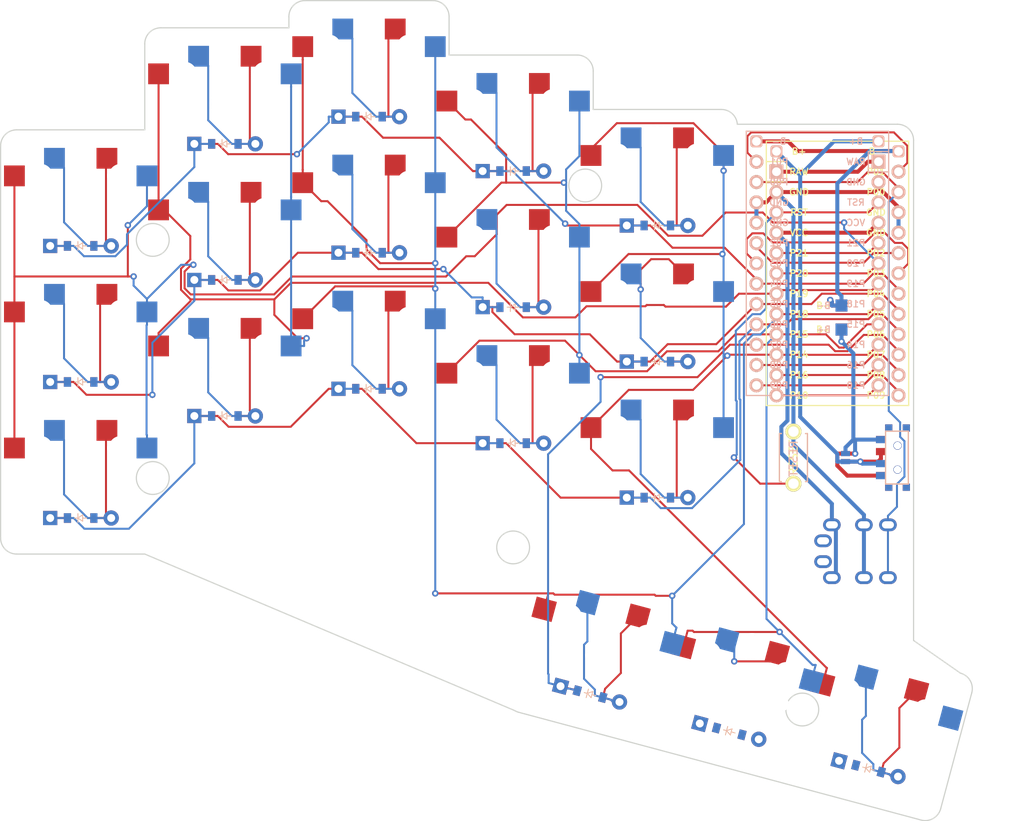
<source format=kicad_pcb>
(kicad_pcb (version 20211014) (generator pcbnew)
  (title_block (title "board") (rev "v1.0.0") (company "Unknown"))
  (layers (0 "F.Cu" signal) (31 "B.Cu" signal) (34 "B.Paste" user) (35 "F.Paste" user) (36 "B.SilkS" user "B.Silkscreen") (37 "F.SilkS" user "F.Silkscreen") (38 "B.Mask" user) (39 "F.Mask" user) (44 "Edge.Cuts" user))
  (net 0 "")
  (net 1 "pinky_bottom")
  (net 2 "P20")
  (net 3 "P6")
  (net 4 "pinky_home")
  (net 5 "P5")
  (net 6 "pinky_top")
  (net 7 "P4")
  (net 8 "ring_bottom")
  (net 9 "P19")
  (net 10 "ring_home")
  (net 11 "ring_top")
  (net 12 "middle_bottom")
  (net 13 "P18")
  (net 14 "middle_home")
  (net 15 "middle_top")
  (net 16 "index_bottom")
  (net 17 "P15")
  (net 18 "index_home")
  (net 19 "index_top")
  (net 20 "inner_bottom")
  (net 21 "P14")
  (net 22 "inner_home")
  (net 23 "inner_top")
  (net 24 "near_thumb")
  (net 25 "P7")
  (net 26 "home_thumb")
  (net 27 "far_thumb")
  (net 28 "RAW")
  (net 29 "GND")
  (net 30 "RST")
  (net 31 "VCC")
  (net 32 "P21")
  (net 33 "P16")
  (net 34 "P10")
  (net 35 "P1")
  (net 36 "P0")
  (net 37 "P2")
  (net 38 "P3")
  (net 39 "P8")
  (net 40 "P9")
  (net 41 "Bplus")
  (net 42 "Bminus")
  (net 43 "Braw")
  (footprint "E73:SPDT_C128955" (layer "F.Cu") (at 120 -2.55 -90)
    (fp_text reference "T1" hide)
    (fp_text value "" hide)
  )
  (footprint "kbd:ResetSW" (layer "F.Cu") (at 107 -2.55 -90)
    (fp_text reference "B1" hide)
    (fp_text value "")
  )
  (footprint "PG1350" (layer "F.Cu") (at 117.667 31.4865 -15)
    (fp_text reference "S18" hide)
    (fp_text value "" hide)
  )
  (footprint "PG1350" (layer "F.Cu") (at 18 -34)
    (fp_text reference "S3" hide)
    (fp_text value "" hide)
  )
  (footprint "TRRS-PJ-320A-dual" (layer "F.Cu") (at 122 10.45 -90)
    (fp_text reference "TRRS2")
    (fp_text value "TRRS-PJ-320A-dual")
  )
  (footprint "PG1350" (layer "F.Cu") (at 90 -36.55)
    (fp_text reference "S15" hide)
    (fp_text value "" hide)
  )
  (footprint "ComboDiode" (layer "F.Cu") (at 98.9859 31.6574 -15)
    (fp_text reference "D17" hide)
    (fp_text value "" hide)
  )
  (footprint "PG1350" (layer "F.Cu") (at 36 -46.75)
    (fp_text reference "S6" hide)
    (fp_text value "" hide)
  )
  (footprint "lib:Jumper" (layer "F.Cu") (at 113.5 -2.55 -90)
    (fp_text reference "J2" hide)
    (fp_text value "Jumper")
  )
  (footprint "TRRS-PJ-320A-dual" (layer "F.Cu") (at 122 12.45 -90)
    (fp_text reference "TRRS1")
    (fp_text value "TRRS-PJ-320A-dual")
  )
  (footprint "ProMicro" (layer "F.Cu") (at 112.5 -24.3 -90)
    (fp_text reference "MCU2" hide)
    (fp_text value "" hide)
  )
  (footprint "ComboDiode" (layer "F.Cu") (at 81.5992 26.9986 -15)
    (fp_text reference "D16" hide)
    (fp_text value "" hide)
  )
  (footprint "PG1350" (layer "F.Cu") (at 36 -12.75)
    (fp_text reference "S4" hide)
    (fp_text value "" hide)
  )
  (footprint "PG1350" (layer "F.Cu") (at 54 -16.15)
    (fp_text reference "S7" hide)
    (fp_text value "" hide)
  )
  (footprint "PG1350" (layer "F.Cu") (at 90 -2.55)
    (fp_text reference "S13" hide)
    (fp_text value "" hide)
  )
  (footprint "PG1350" (layer "F.Cu") (at 18 -17)
    (fp_text reference "S2" hide)
    (fp_text value "" hide)
  )
  (footprint "SMDPad" (layer "F.Cu") (at 113 -21.55)
    (fp_text reference "PAD2" hide)
    (fp_text value "" hide)
  )
  (footprint "PG1350" (layer "F.Cu") (at 36 -29.75)
    (fp_text reference "S5" hide)
    (fp_text value "" hide)
  )
  (footprint "PG1350" (layer "F.Cu") (at 100.28 26.8277 -15)
    (fp_text reference "S17" hide)
    (fp_text value "" hide)
  )
  (footprint "PG1350" (layer "F.Cu") (at 54 -50.15)
    (fp_text reference "S9" hide)
    (fp_text value "" hide)
  )
  (footprint "ComboDiode" (layer "F.Cu") (at 90 2.45)
    (fp_text reference "D13" hide)
    (fp_text value "" hide)
  )
  (footprint "SMDPad" (layer "F.Cu") (at 113 -18.55)
    (fp_text reference "PAD1" hide)
    (fp_text value "" hide)
  )
  (footprint "ProMicro" (layer "F.Cu") (at 110 -25.55 -90)
    (fp_text reference "MCU1" hide)
    (fp_text value "" hide)
  )
  (footprint "ComboDiode" (layer "F.Cu") (at 18 -29)
    (fp_text reference "D3" hide)
    (fp_text value "" hide)
  )
  (footprint "ComboDiode" (layer "F.Cu") (at 90 -14.55)
    (fp_text reference "D14" hide)
    (fp_text value "" hide)
  )
  (footprint "lib:Jumper" (layer "F.Cu") (at 113.5 -2.55 -90)
    (fp_text reference "J1" hide)
    (fp_text value "Jumper")
  )
  (footprint "ComboDiode" (layer "F.Cu") (at 72 -4.35)
    (fp_text reference "D10" hide)
    (fp_text value "" hide)
  )
  (footprint "ComboDiode" (layer "F.Cu") (at 54 -11.15)
    (fp_text reference "D7" hide)
    (fp_text value "" hide)
  )
  (footprint "PG1350" (layer "F.Cu") (at 90 -19.55)
    (fp_text reference "S14" hide)
    (fp_text value "" hide)
  )
  (footprint "ComboDiode" (layer "F.Cu") (at 72 -38.35)
    (fp_text reference "D12" hide)
    (fp_text value "" hide)
  )
  (footprint "ComboDiode" (layer "F.Cu") (at 72 -21.35)
    (fp_text reference "D11" hide)
    (fp_text value "" hide)
  )
  (footprint "E73:SPDT_C128955" (layer "F.Cu") (at 120 -2.55 -90)
    (fp_text reference "T2" hide)
    (fp_text value "" hide)
  )
  (footprint "ComboDiode" (layer "F.Cu") (at 36 -41.75)
    (fp_text reference "D6" hide)
    (fp_text value "" hide)
  )
  (footprint "ComboDiode" (layer "F.Cu") (at 90 -31.55)
    (fp_text reference "D15" hide)
    (fp_text value "" hide)
  )
  (footprint "ComboDiode" (layer "F.Cu") (at 18 5)
    (fp_text reference "D1" hide)
    (fp_text value "" hide)
  )
  (footprint "ComboDiode" (layer "F.Cu") (at 36 -7.75)
    (fp_text reference "D4" hide)
    (fp_text value "" hide)
  )
  (footprint "PG1350" (layer "F.Cu") (at 18 0)
    (fp_text reference "S1" hide)
    (fp_text value "" hide)
  )
  (footprint "ComboDiode" (layer "F.Cu") (at 54 -28.15)
    (fp_text reference "D8" hide)
    (fp_text value "" hide)
  )
  (footprint "PG1350" (layer "F.Cu") (at 72 -26.35)
    (fp_text reference "S11" hide)
    (fp_text value "" hide)
  )
  (footprint "PG1350" (layer "F.Cu") (at 72 -43.35)
    (fp_text reference "S12" hide)
    (fp_text value "" hide)
  )
  (footprint "PG1350" (layer "F.Cu") (at 72 -9.35)
    (fp_text reference "S10" hide)
    (fp_text value "" hide)
  )
  (footprint "ComboDiode" (layer "F.Cu") (at 116.373 36.3161 -15)
    (fp_text reference "D18" hide)
    (fp_text value "" hide)
  )
  (footprint "ComboDiode" (layer "F.Cu") (at 18 -12)
    (fp_text reference "D2" hide)
    (fp_text value "" hide)
  )
  (footprint "ComboDiode" (layer "F.Cu") (at 36 -24.75)
    (fp_text reference "D5" hide)
    (fp_text value "" hide)
  )
  (footprint "PG1350" (layer "F.Cu") (at 54 -33.15)
    (fp_text reference "S8" hide)
    (fp_text value "" hide)
  )
  (footprint "PG1350" (layer "F.Cu") (at 82.8933 22.169 -15)
    (fp_text reference "S16" hide)
    (fp_text value "" hide)
  )
  (footprint "ComboDiode" (layer "F.Cu") (at 54 -45.15)
    (fp_text reference "D9" hide)
    (fp_text value "" hide)
  )
  (gr_arc (start 62 -59.65) (mid 63.414214 -59.064214) (end 64 -57.65) (layer "Edge.Cuts") (width 0.15))
  (gr_circle (center 81 -36.55) (end 83.05 -36.55) (layer "Edge.Cuts") (width 0.15) (fill none))
  (gr_line (start 64 -52.85) (end 64 -57.65) (layer "Edge.Cuts") (width 0.15))
  (gr_line (start 122 20.297692) (end 122 -42.2) (layer "Edge.Cuts") (width 0.15))
  (gr_arc (start 125.384739 41.319122) (mid 124.452888 42.533534) (end 122.93525 42.733335) (layer "Edge.Cuts") (width 0.15))
  (gr_line (start 44 -57.65) (end 44 -56.25) (layer "Edge.Cuts") (width 0.15))
  (gr_line (start 98 -46.05) (end 82 -46.05) (layer "Edge.Cuts") (width 0.15))
  (gr_arc (start 72.707107 29.274745) (mid 72.444996 29.184629) (end 72.19786 29.059141) (layer "Edge.Cuts") (width 0.15))
  (gr_circle (center 72 8.67) (end 74.05 8.67) (layer "Edge.Cuts") (width 0.15) (fill none))
  (gr_line (start 26 -54.25) (end 26 -43.5) (layer "Edge.Cuts") (width 0.15))
  (gr_arc (start 127.852812 24.380745) (mid 129.067224 25.312596) (end 129.267025 26.830234) (layer "Edge.Cuts") (width 0.15))
  (gr_line (start 62 -59.65) (end 46 -59.65) (layer "Edge.Cuts") (width 0.15))
  (gr_arc (start 98 -46.05) (mid 99.360147 -45.516288) (end 99.994367 -44.2) (layer "Edge.Cuts") (width 0.15))
  (gr_line (start 8 7.5) (end 8 -41.5) (layer "Edge.Cuts") (width 0.15))
  (gr_line (start 10 9.5) (end 26 9.5) (layer "Edge.Cuts") (width 0.15))
  (gr_arc (start 26 -54.25) (mid 26.585786 -55.664214) (end 28 -56.25) (layer "Edge.Cuts") (width 0.15))
  (gr_arc (start 44 -57.65) (mid 44.585786 -59.064214) (end 46 -59.65) (layer "Edge.Cuts") (width 0.15))
  (gr_circle (center 108.103958 28.924179) (end 110.153958 28.924179) (layer "Edge.Cuts") (width 0.15) (fill none))
  (gr_arc (start 120 -44.2) (mid 121.414214 -43.614214) (end 122 -42.2) (layer "Edge.Cuts") (width 0.15))
  (gr_circle (center 27 -29.75) (end 29.05 -29.75) (layer "Edge.Cuts") (width 0.15) (fill none))
  (gr_line (start 72.19786 29.059141) (end 26 9.5) (layer "Edge.Cuts") (width 0.15))
  (gr_line (start 125.38474 41.319122) (end 129.267025 26.830234) (layer "Edge.Cuts") (width 0.15))
  (gr_line (start 122 20.297692) (end 127.852812 24.380745) (layer "Edge.Cuts") (width 0.15))
  (gr_line (start 44 -56.25) (end 28 -56.25) (layer "Edge.Cuts") (width 0.15))
  (gr_arc (start 8 -41.5) (mid 8.585786 -42.914214) (end 10 -43.5) (layer "Edge.Cuts") (width 0.15))
  (gr_line (start 26 -43.5) (end 10 -43.5) (layer "Edge.Cuts") (width 0.15))
  (gr_arc (start 80 -52.85) (mid 81.414214 -52.264214) (end 82 -50.85) (layer "Edge.Cuts") (width 0.15))
  (gr_circle (center 27 0) (end 29.05 0) (layer "Edge.Cuts") (width 0.15) (fill none))
  (gr_line (start 72.707107 29.274745) (end 122.93525 42.733335) (layer "Edge.Cuts") (width 0.15))
  (gr_arc (start 10 9.5) (mid 8.585786 8.914214) (end 8 7.5) (layer "Edge.Cuts") (width 0.15))
  (gr_line (start 120 -44.2) (end 99.994367 -44.2) (layer "Edge.Cuts") (width 0.15))
  (gr_line (start 82 -46.05) (end 82 -50.85) (layer "Edge.Cuts") (width 0.15))
  (gr_line (start 80 -52.85) (end 64 -52.85) (layer "Edge.Cuts") (width 0.15))
  (segment (start 21.1593 5) (end 19.65 5) (width 0.25) (layer "F.Cu") (net 1))
  (segment (start 21.81 5) (end 21.1593 5) (width 0.25) (layer "F.Cu") (net 1))
  (segment (start 21.1593 -5.8343) (end 21.275 -5.95) (width 0.25) (layer "F.Cu") (net 1))
  (segment (start 21.1593 5) (end 21.1593 -5.8343) (width 0.25) (layer "F.Cu") (net 1))
  (segment (start 15.9217 -4.7533) (end 14.725 -5.95) (width 0.25) (layer "B.Cu") (net 1))
  (segment (start 19.65 5) (end 18.8747 5) (width 0.25) (layer "B.Cu") (net 1))
  (segment (start 18.8747 5) (end 15.9217 2.047) (width 0.25) (layer "B.Cu") (net 1))
  (segment (start 15.9217 2.047) (end 15.9217 -4.7533) (width 0.25) (layer "B.Cu") (net 1))
  (segment (start 21.81 5) (end 19.65 5) (width 0.25) (layer "B.Cu") (net 1))
  (segment (start 104.88 -25.57) (end 116.37 -25.57) (width 0.25) (layer "F.Cu") (net 2))
  (segment (start 9.725 -37.75) (end 9.725 -25.1805) (width 0.25) (layer "F.Cu") (net 2))
  (segment (start 71.1884 -34.1254) (end 87.5059 -34.1254) (width 0.25) (layer "F.Cu") (net 2))
  (segment (start 67.2047 -27.7088) (end 69.9562 -30.4603) (width 0.25) (layer "F.Cu") (net 2))
  (segment (start 116.37 -25.57) (end 117.62 -26.82) (width 0.25) (layer "F.Cu") (net 2))
  (segment (start 31.739 -22.9384) (end 42.1529 -22.9384) (width 0.25) (layer "F.Cu") (net 2))
  (segment (start 91.3592 -30.2721) (end 95.6295 -30.2721) (width 0.25) (layer "F.Cu") (net 2))
  (segment (start 30.9756 -23.7018) (end 31.739 -22.9384) (width 0.25) (layer "F.Cu") (net 2))
  (segment (start 63.6122 -25.1737) (end 66.1473 -27.7088) (width 0.25) (layer "F.Cu") (net 2))
  (segment (start 23.8869 -25.1805) (end 23.8869 -31.5798) (width 0.25) (layer "F.Cu") (net 2))
  (segment (start 44.3882 -25.1737) (end 63.6122 -25.1737) (width 0.25) (layer "F.Cu") (net 2))
  (segment (start 104.4191 -31.92) (end 113.3275 -31.92) (width 0.25) (layer "F.Cu") (net 2))
  (segment (start 31.8154 -26.6451) (end 30.9756 -25.8053) (width 0.25) (layer "F.Cu") (net 2))
  (segment (start 32.0713 -26.6451) (end 31.8154 -26.6451) (width 0.25) (layer "F.Cu") (net 2))
  (segment (start 87.5059 -34.1254) (end 91.3592 -30.2721) (width 0.25) (layer "F.Cu") (net 2))
  (segment (start 9.725 -25.1805) (end 23.8869 -25.1805) (width 0.25) (layer "F.Cu") (net 2))
  (segment (start 9.725 -20.75) (end 9.725 -3.75) (width 0.25) (layer "F.Cu") (net 2))
  (segment (start 98.5274 -33.17) (end 103.1691 -33.17) (width 0.25) (layer "F.Cu") (net 2))
  (segment (start 103.1691 -33.17) (end 104.4191 -31.92) (width 0.25) (layer "F.Cu") (net 2))
  (segment (start 66.1473 -27.7088) (end 67.2047 -27.7088) (width 0.25) (layer "F.Cu") (net 2))
  (segment (start 69.9562 -30.4603) (end 69.9562 -32.8932) (width 0.25) (layer "F.Cu") (net 2))
  (segment (start 69.9562 -32.8932) (end 71.1884 -34.1254) (width 0.25) (layer "F.Cu") (net 2))
  (segment (start 30.9756 -25.8053) (end 30.9756 -23.7018) (width 0.25) (layer "F.Cu") (net 2))
  (segment (start 23.8869 -25.1805) (end 24.6082 -25.1805) (width 0.25) (layer "F.Cu") (net 2))
  (segment (start 9.725 -25.1805) (end 9.725 -20.75) (width 0.25) (layer "F.Cu") (net 2))
  (segment (start 42.1529 -22.9384) (end 44.3882 -25.1737) (width 0.25) (layer "F.Cu") (net 2))
  (segment (start 95.6295 -30.2721) (end 98.5274 -33.17) (width 0.25) (layer "F.Cu") (net 2))
  (via (at 32.0713 -26.6451) (size 0.8) (drill 0.4) (layers "F.Cu" "B.Cu") (net 2))
  (via (at 24.6082 -25.1805) (size 0.8) (drill 0.4) (layers "F.Cu" "B.Cu") (net 2))
  (via (at 23.8869 -31.5798) (size 0.8) (drill 0.4) (layers "F.Cu" "B.Cu") (net 2))
  (via (at 113.3275 -31.92) (size 0.8) (drill 0.4) (layers "F.Cu" "B.Cu") (net 2))
  (segment (start 113.3275 -31.1125) (end 113.3275 -31.92) (width 0.25) (layer "B.Cu") (net 2))
  (segment (start 26.275 -20.75) (end 26.275 -19.1247) (width 0.25) (layer "B.Cu") (net 2))
  (segment (start 26.275 -33.9679) (end 26.275 -37.75) (width 0.25) (layer "B.Cu") (net 2))
  (segment (start 26.275 -21.256) (end 26.275 -22.3753) (width 0.25) (layer "B.Cu") (net 2))
  (segment (start 24.6082 -24.0421) (end 24.6082 -25.1805) (width 0.25) (layer "B.Cu") (net 2))
  (segment (start 32.0713 -26.6451) (end 30.5448 -26.6451) (width 0.25) (layer "B.Cu") (net 2))
  (segment (start 26.275 -21.256) (end 26.275 -20.75) (width 0.25) (layer "B.Cu") (net 2))
  (segment (start 26.226 -5.4243) (end 26.275 -5.3753) (width 0.25) (layer "B.Cu") (net 2))
  (segment (start 26.275 -22.3753) (end 24.6082 -24.0421) (width 0.25) (layer "B.Cu") (net 2))
  (segment (start 30.5448 -26.6451) (end 26.275 -22.3753) (width 0.25) (layer "B.Cu") (net 2))
  (segment (start 117.62 -26.82) (end 113.3275 -31.1125) (width 0.25) (layer "B.Cu") (net 2))
  (segment (start 26.275 -3.75) (end 26.275 -5.3753) (width 0.25) (layer "B.Cu") (net 2))
  (segment (start 23.8869 -31.5798) (end 26.275 -33.9679) (width 0.25) (layer "B.Cu") (net 2))
  (segment (start 26.226 -19.0757) (end 26.226 -5.4243) (width 0.25) (layer "B.Cu") (net 2))
  (segment (start 26.275 -19.1247) (end 26.226 -19.0757) (width 0.25) (layer "B.Cu") (net 2))
  (segment (start 44.2299 -6.4042) (end 36.4711 -6.4042) (width 0.25) (layer "F.Cu") (net 3))
  (segment (start 14.19 5) (end 16.35 5) (width 0.25) (layer "F.Cu") (net 3))
  (segment (start 32.19 -7.75) (end 34.35 -7.75) (width 0.25) (layer "F.Cu") (net 3))
  (segment (start 102.38 -19.2) (end 106.13 -19.2) (width 0.25) (layer "F.Cu") (net 3))
  (segment (start 52.35 -11.15) (end 53.1253 -11.15) (width 0.25) (layer "F.Cu") (net 3))
  (segment (start 86.19 2.45) (end 77.9253 2.45) (width 0.25) (layer "F.Cu") (net 3))
  (segment (start 68.19 -4.35) (end 59.9253 -4.35) (width 0.25) (layer "F.Cu") (net 3))
  (segment (start 77.9253 2.45) (end 71.1253 -4.35) (width 0.25) (layer "F.Cu") (net 3))
  (segment (start 48.9757 -11.15) (end 44.2299 -6.4042) (width 0.25) (layer "F.Cu") (net 3))
  (segment (start 34.35 -7.75) (end 35.1253 -7.75) (width 0.25) (layer "F.Cu") (net 3))
  (segment (start 70.35 -4.35) (end 71.1253 -4.35) (width 0.25) (layer "F.Cu") (net 3))
  (segment (start 50.19 -11.15) (end 48.9757 -11.15) (width 0.25) (layer "F.Cu") (net 3))
  (segment (start 70.35 -4.35) (end 68.19 -4.35) (width 0.25) (layer "F.Cu") (net 3))
  (segment (start 116.9869 -20.47) (end 118.081 -20.47) (width 0.25) (layer "F.Cu") (net 3))
  (segment (start 36.4711 -6.4042) (end 35.1253 -7.75) (width 0.25) (layer "F.Cu") (net 3))
  (segment (start 116.3689 -19.852) (end 116.9869 -20.47) (width 0.25) (layer "F.Cu") (net 3))
  (segment (start 106.13 -19.2) (end 106.782 -19.852) (width 0.25) (layer "F.Cu") (net 3))
  (segment (start 106.782 -19.852) (end 116.3689 -19.852) (width 0.25) (layer "F.Cu") (net 3))
  (segment (start 88.35 2.45) (end 86.19 2.45) (width 0.25) (layer "F.Cu") (net 3))
  (segment (start 120.12 -18.431) (end 120.12 -17.95) (width 0.25) (layer "F.Cu") (net 3))
  (segment (start 118.081 -20.47) (end 120.12 -18.431) (width 0.25) (layer "F.Cu") (net 3))
  (segment (start 59.9253 -4.35) (end 53.1253 -11.15) (width 0.25) (layer "F.Cu") (net 3))
  (segment (start 52.35 -11.15) (end 50.19 -11.15) (width 0.25) (layer "F.Cu") (net 3))
  (segment (start 16.35 5) (end 17.1253 5) (width 0.25) (layer "B.Cu") (net 3))
  (segment (start 52.35 -11.15) (end 50.19 -11.15) (width 0.25) (layer "B.Cu") (net 3))
  (segment (start 32.19 -7.75) (end 32.19 -1.8304) (width 0.25) (layer "B.Cu") (net 3))
  (segment (start 94.3394 3.7626) (end 90.4379 3.7626) (width 0.25) (layer "B.Cu") (net 3))
  (segment (start 88.35 2.45) (end 86.19 2.45) (width 0.25) (layer "B.Cu") (net 3))
  (segment (start 32.19 -1.8304) (end 24.0223 6.3373) (width 0.25) (layer "B.Cu") (net 3))
  (segment (start 100.3662 -9.7799) (end 100.3662 -2.2642) (width 0.25) (layer "B.Cu") (net 3))
  (segment (start 70.35 -4.35) (end 68.19 -4.35) (width 0.25) (layer "B.Cu") (net 3))
  (segment (start 18.4626 6.3373) (end 17.1253 5) (width 0.25) (layer "B.Cu") (net 3))
  (segment (start 102.38 -19.2) (end 100.2536 -17.0736) (width 0.25) (layer "B.Cu") (net 3))
  (segment (start 16.35 5) (end 14.19 5) (width 0.25) (layer "B.Cu") (net 3))
  (segment (start 100.2536 -9.8925) (end 100.3662 -9.7799) (width 0.25) (layer "B.Cu") (net 3))
  (segment (start 100.3662 -2.2642) (end 94.3394 3.7626) (width 0.25) (layer "B.Cu") (net 3))
  (segment (start 34.35 -7.75) (end 32.19 -7.75) (width 0.25) (layer "B.Cu") (net 3))
  (segment (start 88.35 2.45) (end 89.1253 2.45) (width 0.25) (layer "B.Cu") (net 3))
  (segment (start 100.2536 -17.0736) (end 100.2536 -9.8925) (width 0.25) (layer "B.Cu") (net 3))
  (segment (start 90.4379 3.7626) (end 89.1253 2.45) (width 0.25) (layer "B.Cu") (net 3))
  (segment (start 24.0223 6.3373) (end 18.4626 6.3373) (width 0.25) (layer "B.Cu") (net 3))
  (segment (start 21.81 -12) (end 20.4253 -12) (width 0.25) (layer "F.Cu") (net 4))
  (segment (start 21.275 -22.95) (end 20.4253 -22.1003) (width 0.25) (layer "F.Cu") (net 4))
  (segment (start 19.65 -12) (end 20.4253 -12) (width 0.25) (layer "F.Cu") (net 4))
  (segment (start 20.4253 -22.1003) (end 20.4253 -12) (width 0.25) (layer "F.Cu") (net 4))
  (segment (start 18.8747 -12) (end 15.9217 -14.953) (width 0.25) (layer "B.Cu") (net 4))
  (segment (start 15.9217 -21.7533) (end 14.725 -22.95) (width 0.25) (layer "B.Cu") (net 4))
  (segment (start 21.81 -12) (end 19.65 -12) (width 0.25) (layer "B.Cu") (net 4))
  (segment (start 15.9217 -14.953) (end 15.9217 -21.7533) (width 0.25) (layer "B.Cu") (net 4))
  (segment (start 19.65 -12) (end 18.8747 -12) (width 0.25) (layer "B.Cu") (net 4))
  (segment (start 118.061 -23.03) (end 120.12 -20.971) (width 0.25) (layer "F.Cu") (net 5))
  (segment (start 84.9757 -14.55) (end 81.5654 -17.9603) (width 0.25) (layer "F.Cu") (net 5))
  (segment (start 69.4043 -20.7429) (end 69.4043 -21.35) (width 0.25) (layer "F.Cu") (net 5))
  (segment (start 72.1869 -17.9603) (end 69.4043 -20.7429) (width 0.25) (layer "F.Cu") (net 5))
  (segment (start 14.19 -12) (end 16.35 -12) (width 0.25) (layer "F.Cu") (net 5))
  (segment (start 91.2981 -16.7229) (end 91.2981 -16.7228) (width 0.25) (layer "F.Cu") (net 5))
  (segment (start 18.7261 -10.3992) (end 17.1253 -12) (width 0.25) (layer "F.Cu") (net 5))
  (segment (start 53.1253 -28.15) (end 55.1697 -26.1056) (width 0.25) (layer "F.Cu") (net 5))
  (segment (start 110.5406 -23.03) (end 118.061 -23.03) (width 0.25) (layer "F.Cu") (net 5))
  (segment (start 81.5654 -17.9603) (end 72.1869 -17.9603) (width 0.25) (layer "F.Cu") (net 5))
  (segment (start 109.2506 -21.74) (end 110.5406 -23.03) (width 0.25) (layer "F.Cu") (net 5))
  (segment (start 45.1225 -28.15) (end 40.4089 -23.4364) (width 0.25) (layer "F.Cu") (net 5))
  (segment (start 68.19 -21.35) (end 69.4043 -21.35) (width 0.25) (layer "F.Cu") (net 5))
  (segment (start 52.35 -28.15) (end 50.19 -28.15) (width 0.25) (layer "F.Cu") (net 5))
  (segment (start 70.35 -21.35) (end 69.4043 -21.35) (width 0.25) (layer "F.Cu") (net 5))
  (segment (start 34.35 -24.75) (end 35.1253 -24.75) (width 0.25) (layer "F.Cu") (net 5))
  (segment (start 88.35 -14.55) (end 89.1253 -14.55) (width 0.25) (layer "F.Cu") (net 5))
  (segment (start 52.35 -28.15) (end 53.1253 -28.15) (width 0.25) (layer "F.Cu") (net 5))
  (segment (start 86.19 -14.55) (end 84.9757 -14.55) (width 0.25) (layer "F.Cu") (net 5))
  (segment (start 32.19 -24.75) (end 34.35 -24.75) (width 0.25) (layer "F.Cu") (net 5))
  (segment (start 102.38 -21.74) (end 97.3629 -16.7229) (width 0.25) (layer "F.Cu") (net 5))
  (segment (start 26.9513 -10.3992) (end 18.7261 -10.3992) (width 0.25) (layer "F.Cu") (net 5))
  (segment (start 50.19 -28.15) (end 45.1225 -28.15) (width 0.25) (layer "F.Cu") (net 5))
  (segment (start 102.38 -21.74) (end 109.2506 -21.74) (width 0.25) (layer "F.Cu") (net 5))
  (segment (start 86.19 -14.55) (end 88.35 -14.55) (width 0.25) (layer "F.Cu") (net 5))
  (segment (start 16.35 -12) (end 17.1253 -12) (width 0.25) (layer "F.Cu") (net 5))
  (segment (start 97.3629 -16.7229) (end 91.2981 -16.7229) (width 0.25) (layer "F.Cu") (net 5))
  (segment (start 55.1697 -26.1056) (end 63.2864 -26.1056) (width 0.25) (layer "F.Cu") (net 5))
  (segment (start 40.4089 -23.4364) (end 36.4389 -23.4364) (width 0.25) (layer "F.Cu") (net 5))
  (segment (start 91.2981 -16.7228) (end 89.1253 -14.55) (width 0.25) (layer "F.Cu") (net 5))
  (segment (start 36.4389 -23.4364) (end 35.1253 -24.75) (width 0.25) (layer "F.Cu") (net 5))
  (segment (start 120.12 -20.971) (end 120.12 -20.49) (width 0.25) (layer "F.Cu") (net 5))
  (via (at 63.2864 -26.1056) (size 0.8) (drill 0.4) (layers "F.Cu" "B.Cu") (net 5))
  (via (at 26.9513 -10.3992) (size 0.8) (drill 0.4) (layers "F.Cu" "B.Cu") (net 5))
  (segment (start 66.8277 -22.5643) (end 63.2864 -26.1056) (width 0.25) (layer "B.Cu") (net 5))
  (segment (start 16.35 -12) (end 14.19 -12) (width 0.25) (layer "B.Cu") (net 5))
  (segment (start 68.19 -21.35) (end 68.19 -22.5643) (width 0.25) (layer "B.Cu") (net 5))
  (segment (start 50.19 -28.15) (end 52.35 -28.15) (width 0.25) (layer "B.Cu") (net 5))
  (segment (start 68.19 -22.5643) (end 66.8277 -22.5643) (width 0.25) (layer "B.Cu") (net 5))
  (segment (start 26.9513 -16.9013) (end 26.9513 -10.3992) (width 0.25) (layer "B.Cu") (net 5))
  (segment (start 32.19 -24.75) (end 32.19 -22.14) (width 0.25) (layer "B.Cu") (net 5))
  (segment (start 34.35 -24.75) (end 32.19 -24.75) (width 0.25) (layer "B.Cu") (net 5))
  (segment (start 88.35 -14.55) (end 86.19 -14.55) (width 0.25) (layer "B.Cu") (net 5))
  (segment (start 70.35 -21.35) (end 68.19 -21.35) (width 0.25) (layer "B.Cu") (net 5))
  (segment (start 32.19 -22.14) (end 26.9513 -16.9013) (width 0.25) (layer "B.Cu") (net 5))
  (segment (start 21.1593 -29) (end 19.65 -29) (width 0.25) (layer "F.Cu") (net 6))
  (segment (start 21.81 -29) (end 21.1593 -29) (width 0.25) (layer "F.Cu") (net 6))
  (segment (start 21.1593 -29) (end 21.1593 -39.8343) (width 0.25) (layer "F.Cu") (net 6))
  (segment (start 21.1593 -39.8343) (end 21.275 -39.95) (width 0.25) (layer "F.Cu") (net 6))
  (segment (start 18.8747 -29) (end 15.9217 -31.953) (width 0.25) (layer "B.Cu") (net 6))
  (segment (start 15.9217 -31.953) (end 15.9217 -38.7533) (width 0.25) (layer "B.Cu") (net 6))
  (segment (start 19.65 -29) (end 18.8747 -29) (width 0.25) (layer "B.Cu") (net 6))
  (segment (start 15.9217 -38.7533) (end 14.725 -39.95) (width 0.25) (layer "B.Cu") (net 6))
  (segment (start 21.81 -29) (end 19.65 -29) (width 0.25) (layer "B.Cu") (net 6))
  (segment (start 118.1646 -25.5137) (end 120.12 -23.5583) (width 0.25) (layer "F.Cu") (net 7))
  (segment (start 115.7169 -24.28) (end 116.9506 -25.5137) (width 0.25) (layer "F.Cu") (net 7))
  (segment (start 52.35 -45.15) (end 50.19 -45.15) (width 0.25) (layer "F.Cu") (net 7))
  (segment (start 102.38 -24.8119) (end 98.4188 -28.7731) (width 0.25) (layer "F.Cu") (net 7))
  (segment (start 102.38 -24.28) (end 102.38 -24.8119) (width 0.25) (layer "F.Cu") (net 7))
  (segment (start 32.19 -41.75) (end 34.35 -41.75) (width 0.25) (layer "F.Cu") (net 7))
  (segment (start 98.4188 -28.7731) (end 91.9022 -28.7731) (width 0.25) (layer "F.Cu") (net 7))
  (segment (start 102.38 -24.28) (end 115.7169 -24.28) (width 0.25) (layer "F.Cu") (net 7))
  (segment (start 34.35 -41.75) (end 35.1253 -41.75) (width 0.25) (layer "F.Cu") (net 7))
  (segment (start 86.19 -31.55) (end 78.7237 -31.55) (width 0.25) (layer "F.Cu") (net 7))
  (segment (start 36.4137 -40.4616) (end 45 -40.4616) (width 0.25) (layer "F.Cu") (net 7))
  (segment (start 120.12 -23.5583) (end 120.12 -23.03) (width 0.25) (layer "F.Cu") (net 7))
  (segment (start 55.755 -42.5203) (end 53.1253 -45.15) (width 0.25) (layer "F.Cu") (net 7))
  (segment (start 35.1253 -41.75) (end 36.4137 -40.4616) (width 0.25) (layer "F.Cu") (net 7))
  (segment (start 62.8054 -42.5203) (end 55.755 -42.5203) (width 0.25) (layer "F.Cu") (net 7))
  (segment (start 78.7237 -31.55) (end 78.4916 -31.7821) (width 0.25) (layer "F.Cu") (net 7))
  (segment (start 91.9022 -28.7731) (end 89.1253 -31.55) (width 0.25) (layer "F.Cu") (net 7))
  (segment (start 52.35 -45.15) (end 53.1253 -45.15) (width 0.25) (layer "F.Cu") (net 7))
  (segment (start 70.35 -38.35) (end 68.19 -38.35) (width 0.25) (layer "F.Cu") (net 7))
  (segment (start 14.19 -29) (end 16.35 -29) (width 0.25) (layer "F.Cu") (net 7))
  (segment (start 66.9757 -38.35) (end 62.8054 -42.5203) (width 0.25) (layer "F.Cu") (net 7))
  (segment (start 116.9506 -25.5137) (end 118.1646 -25.5137) (width 0.25) (layer "F.Cu") (net 7))
  (segment (start 88.35 -31.55) (end 89.1253 -31.55) (width 0.25) (layer "F.Cu") (net 7))
  (segment (start 88.35 -31.55) (end 86.19 -31.55) (width 0.25) (layer "F.Cu") (net 7))
  (segment (start 68.19 -38.35) (end 66.9757 -38.35) (width 0.25) (layer "F.Cu") (net 7))
  (via (at 45 -40.4616) (size 0.8) (drill 0.4) (layers "F.Cu" "B.Cu") (net 7))
  (via (at 78.4916 -31.7821) (size 0.8) (drill 0.4) (layers "F.Cu" "B.Cu") (net 7))
  (segment (start 32.19 -41.75) (end 34.35 -41.75) (width 0.25) (layer "B.Cu") (net 7))
  (segment (start 23.7822 -29.1533) (end 23.7822 -30.4493) (width 0.25) (layer "B.Cu") (net 7))
  (segment (start 23.7822 -30.4493) (end 32.19 -38.8571) (width 0.25) (layer "B.Cu") (net 7))
  (segment (start 52.35 -45.15) (end 50.19 -45.15) (width 0.25) (layer "B.Cu") (net 7))
  (segment (start 71.1253 -38.35) (end 71.9237 -38.35) (width 0.25) (layer "B.Cu") (net 7))
  (segment (start 88.35 -31.55) (end 86.19 -31.55) (width 0.25) (layer "B.Cu") (net 7))
  (segment (start 18.4137 -27.7116) (end 22.3405 -27.7116) (width 0.25) (layer "B.Cu") (net 7))
  (segment (start 70.35 -38.35) (end 71.1253 -38.35) (width 0.25) (layer "B.Cu") (net 7))
  (segment (start 70.35 -38.35) (end 68.19 -38.35) (width 0.25) (layer "B.Cu") (net 7))
  (segment (start 22.3405 -27.7116) (end 23.7822 -29.1533) (width 0.25) (layer "B.Cu") (net 7))
  (segment (start 16.35 -29) (end 17.1253 -29) (width 0.25) (layer "B.Cu") (net 7))
  (segment (start 48.9757 -45.15) (end 48.9757 -44.4373) (width 0.25) (layer "B.Cu") (net 7))
  (segment (start 50.19 -45.15) (end 48.9757 -45.15) (width 0.25) (layer "B.Cu") (net 7))
  (segment (start 48.9757 -44.4373) (end 45 -40.4616) (width 0.25) (layer "B.Cu") (net 7))
  (segment (start 16.35 -29) (end 14.19 -29) (width 0.25) (layer "B.Cu") (net 7))
  (segment (start 71.9237 -38.35) (end 78.4916 -31.7821) (width 0.25) (layer "B.Cu") (net 7))
  (segment (start 32.19 -38.8571) (end 32.19 -41.75) (width 0.25) (layer "B.Cu") (net 7))
  (segment (start 17.1253 -29) (end 18.4137 -27.7116) (width 0.25) (layer "B.Cu") (net 7))
  (segment (start 39.1211 -18.5461) (end 39.1211 -8.4389) (width 0.25) (layer "F.Cu") (net 8))
  (segment (start 39.1211 -8.4389) (end 39.81 -7.75) (width 0.25) (layer "F.Cu") (net 8))
  (segment (start 39.81 -7.75) (end 37.65 -7.75) (width 0.25) (layer "F.Cu") (net 8))
  (segment (start 39.275 -18.7) (end 39.1211 -18.5461) (width 0.25) (layer "F.Cu") (net 8))
  (segment (start 33.9217 -17.5033) (end 32.725 -18.7) (width 0.25) (layer "B.Cu") (net 8))
  (segment (start 36.8747 -7.75) (end 33.9217 -10.703) (width 0.25) (layer "B.Cu") (net 8))
  (segment (start 33.9217 -10.703) (end 33.9217 -17.5033) (width 0.25) (layer "B.Cu") (net 8))
  (segment (start 37.65 -7.75) (end 36.8747 -7.75) (width 0.25) (layer "B.Cu") (net 8))
  (segment (start 39.81 -7.75) (end 37.65 -7.75) (width 0.25) (layer "B.Cu") (net 8))
  (segment (start 27.725 -18.1253) (end 31.7211 -22.1214) (width 0.25) (layer "F.Cu") (net 9))
  (segment (start 45.1041 -17.4608) (end 46.202 -17.4608) (width 0.25) (layer "F.Cu") (net 9))
  (segment (start 68.8936 -24.3926) (end 73.2205 -20.0657) (width 0.25) (layer "F.Cu") (net 9))
  (segment (start 100.197 -23.03) (end 104.88 -23.03) (width 0.25) (layer "F.Cu") (net 9))
  (segment (start 88.5149 -21.4577) (end 88.6732 -21.616) (width 0.25) (layer "F.Cu") (net 9))
  (segment (start 42.1792 -22.3194) (end 42.1792 -20.3857) (width 0.25) (layer "F.Cu") (net 9))
  (segment (start 88.6732 -21.616) (end 90.8189 -21.616) (width 0.25) (layer "F.Cu") (net 9))
  (segment (start 91.0189 -21.416) (end 98.583 -21.416) (width 0.25) (layer "F.Cu") (net 9))
  (segment (start 105.3303 -23.4803) (end 104.88 -23.03) (width 0.25) (layer "F.Cu") (net 9))
  (segment (start 31.7211 -22.3194) (end 42.1792 -22.3194) (width 0.25) (layer "F.Cu") (net 9))
  (segment (start 44.2524 -24.3926) (end 68.8936 -24.3926) (width 0.25) (layer "F.Cu") (net 9))
  (segment (start 79.7721 -20.0657) (end 81.1641 -21.4577) (width 0.25) (layer "F.Cu") (net 9))
  (segment (start 81.1641 -21.4577) (end 88.5149 -21.4577) (width 0.25) (layer "F.Cu") (net 9))
  (segment (start 90.8189 -21.616) (end 91.0189 -21.416) (width 0.25) (layer "F.Cu") (net 9))
  (segment (start 27.725 -50.5) (end 27.725 -33.5) (width 0.25) (layer "F.Cu") (net 9))
  (segment (start 73.2205 -20.0657) (end 79.7721 -20.0657) (width 0.25) (layer "F.Cu") (net 9))
  (segment (start 27.725 -16.5) (end 27.725 -18.1253) (width 0.25) (layer "F.Cu") (net 9))
  (segment (start 31.7211 -22.1214) (end 31.7211 -22.3194) (width 0.25) (layer "F.Cu") (net 9))
  (segment (start 116.8203 -23.4803) (end 105.3303 -23.4803) (width 0.25) (layer "F.Cu") (net 9))
  (segment (start 31.687 -30.2315) (end 31.687 -27.3127) (width 0.25) (layer "F.Cu") (net 9))
  (segment (start 30.5253 -26.151) (end 30.5253 -23.5152) (width 0.25) (layer "F.Cu") (net 9))
  (segment (start 27.725 -33.5) (end 28.4185 -33.5) (width 0.25) (layer "F.Cu") (net 9))
  (segment (start 117.62 -24.28) (end 116.8203 -23.4803) (width 0.25) (layer "F.Cu") (net 9))
  (segment (start 42.1792 -22.3194) (end 44.2524 -24.3926) (width 0.25) (layer "F.Cu") (net 9))
  (segment (start 42.1792 -20.3857) (end 45.1041 -17.4608) (width 0.25) (layer "F.Cu") (net 9))
  (segment (start 98.583 -21.416) (end 100.197 -23.03) (width 0.25) (layer "F.Cu") (net 9))
  (segment (start 28.4185 -33.5) (end 31.687 -30.2315) (width 0.25) (layer "F.Cu") (net 9))
  (segment (start 30.5253 -23.5152) (end 31.7211 -22.3194) (width 0.25) (layer "F.Cu") (net 9))
  (segment (start 31.687 -27.3127) (end 30.5253 -26.151) (width 0.25) (layer "F.Cu") (net 9))
  (via (at 46.202 -17.4608) (size 0.8) (drill 0.4) (layers "F.Cu" "B.Cu") (net 9))
  (segment (start 46.202 -17.4608) (end 45.9003 -17.1591) (width 0.25) (layer "B.Cu") (net 9))
  (segment (start 44.275 -33.5) (end 44.275 -35.1253) (width 0.25) (layer "B.Cu") (net 9))
  (segment (start 44.2747 -48.8744) (end 44.2747 -35.1256) (width 0.25) (layer "B.Cu") (net 9))
  (segment (start 44.275 -33.5) (end 44.275 -16.5) (width 0.25) (layer "B.Cu") (net 9))
  (segment (start 44.2747 -35.1256) (end 44.275 -35.1253) (width 0.25) (layer "B.Cu") (net 9))
  (segment (start 45.9003 -17.1591) (end 45.9003 -16.5) (width 0.25) (layer "B.Cu") (net 9))
  (segment (start 44.275 -48.8747) (end 44.2747 -48.8744) (width 0.25) (layer "B.Cu") (net 9))
  (segment (start 44.275 -50.5) (end 44.275 -48.8747) (width 0.25) (layer "B.Cu") (net 9))
  (segment (start 44.275 -16.5) (end 45.9003 -16.5) (width 0.25) (layer "B.Cu") (net 9))
  (segment (start 39.1211 -25.4389) (end 39.81 -24.75) (width 0.25) (layer "F.Cu") (net 10))
  (segment (start 39.81 -24.75) (end 37.65 -24.75) (width 0.25) (layer "F.Cu") (net 10))
  (segment (start 39.1211 -35.5461) (end 39.1211 -25.4389) (width 0.25) (layer "F.Cu") (net 10))
  (segment (start 39.275 -35.7) (end 39.1211 -35.5461) (width 0.25) (layer "F.Cu") (net 10))
  (segment (start 36.8747 -24.75) (end 33.9217 -27.703) (width 0.25) (layer "B.Cu") (net 10))
  (segment (start 33.9217 -27.703) (end 33.9217 -34.5033) (width 0.25) (layer "B.Cu") (net 10))
  (segment (start 39.81 -24.75) (end 37.65 -24.75) (width 0.25) (layer "B.Cu") (net 10))
  (segment (start 37.65 -24.75) (end 36.8747 -24.75) (width 0.25) (layer "B.Cu") (net 10))
  (segment (start 33.9217 -34.5033) (end 32.725 -35.7) (width 0.25) (layer "B.Cu") (net 10))
  (segment (start 39.1211 -41.75) (end 37.65 -41.75) (width 0.25) (layer "F.Cu") (net 11))
  (segment (start 39.81 -41.75) (end 39.1211 -41.75) (width 0.25) (layer "F.Cu") (net 11))
  (segment (start 39.1211 -52.5461) (end 39.1211 -41.75) (width 0.25) (layer "F.Cu") (net 11))
  (segment (start 39.275 -52.7) (end 39.1211 -52.5461) (width 0.25) (layer "F.Cu") (net 11))
  (segment (start 37.65 -41.75) (end 36.8747 -41.75) (width 0.25) (layer "B.Cu") (net 11))
  (segment (start 33.9217 -51.5033) (end 32.725 -52.7) (width 0.25) (layer "B.Cu") (net 11))
  (segment (start 33.9217 -44.703) (end 33.9217 -51.5033) (width 0.25) (layer "B.Cu") (net 11))
  (segment (start 39.81 -41.75) (end 37.65 -41.75) (width 0.25) (layer "B.Cu") (net 11))
  (segment (start 36.8747 -41.75) (end 33.9217 -44.703) (width 0.25) (layer "B.Cu") (net 11))
  (segment (start 57.275 -22.1) (end 56.4253 -21.2503) (width 0.25) (layer "F.Cu") (net 12))
  (segment (start 56.4253 -21.2503) (end 56.4253 -11.15) (width 0.25) (layer "F.Cu") (net 12))
  (segment (start 55.65 -11.15) (end 56.4253 -11.15) (width 0.25) (layer "F.Cu") (net 12))
  (segment (start 57.81 -11.15) (end 56.4253 -11.15) (width 0.25) (layer "F.Cu") (net 12))
  (segment (start 55.65 -11.15) (end 54.8747 -11.15) (width 0.25) (layer "B.Cu") (net 12))
  (segment (start 54.8747 -11.15) (end 51.9217 -14.103) (width 0.25) (layer "B.Cu") (net 12))
  (segment (start 51.9217 -20.9033) (end 50.725 -22.1) (width 0.25) (layer "B.Cu") (net 12))
  (segment (start 51.9217 -14.103) (end 51.9217 -20.9033) (width 0.25) (layer "B.Cu") (net 12))
  (segment (start 57.81 -11.15) (end 55.65 -11.15) (width 0.25) (layer "B.Cu") (net 12))
  (segment (start 45.7253 -52.2744) (end 45.725 -52.2747) (width 0.25) (layer "F.Cu") (net 13))
  (segment (start 45.725 -19.9) (end 49.7673 -23.9423) (width 0.25) (layer "F.Cu") (net 13))
  (segment (start 45.725 -38.5253) (end 45.7253 -38.5256) (width 0.25) (layer "F.Cu") (net 13))
  (segment (start 53.6849 -28.5523) (end 55.3947 -26.8425) (width 0.25) (layer "F.Cu") (net 13))
  (segment (start 55.3947 -26.8425) (end 62.275 -26.8425) (width 0.25) (layer "F.Cu") (net 13))
  (segment (start 77.1806 14.5749) (end 77.0201 14.4144) (width 0.25) (layer "F.Cu") (net 13))
  (segment (start 61.9976 -23.9423) (end 62.275 -23.6649) (width 0.25) (layer "F.Cu") (net 13))
  (segment (start 45.7253 -38.5256) (end 45.7253 -52.2744) (width 0.25) (layer "F.Cu") (net 13))
  (segment (start 45.725 -53.9) (end 45.725 -52.2747) (width 0.25) (layer "F.Cu") (net 13))
  (segment (start 75.8708 16.4051) (end 76.4042 14.4144) (width 0.25) (layer "F.Cu") (net 13))
  (segment (start 53.6849 -29.7223) (end 53.6849 -28.5523) (width 0.25) (layer "F.Cu") (net 13))
  (segment (start 49.7673 -23.9423) (end 61.9976 -23.9423) (width 0.25) (layer "F.Cu") (net 13))
  (segment (start 104.88 -20.49) (end 104.8954 -20.4746) (width 0.25) (layer "F.Cu") (net 13))
  (segment (start 48.0361 -34.5889) (end 48.8183 -34.5889) (width 0.25) (layer "F.Cu") (net 13))
  (segment (start 77.0201 14.4144) (end 76.4042 14.4144) (width 0.25) (layer "F.Cu") (net 13))
  (segment (start 91.8569 14.7152) (end 89.7999 14.7152) (width 0.25) (layer "F.Cu") (net 13))
  (segment (start 48.8183 -34.5889) (end 53.6849 -29.7223) (width 0.25) (layer "F.Cu") (net 13))
  (segment (start 116.3546 -20.4746) (end 117.62 -21.74) (width 0.25) (layer "F.Cu") (net 13))
  (segment (start 45.725 -36.9) (end 48.0361 -34.5889) (width 0.25) (layer "F.Cu") (net 13))
  (segment (start 104.8954 -20.4746) (end 116.3546 -20.4746) (width 0.25) (layer "F.Cu") (net 13))
  (segment (start 76.4042 14.4144) (end 62.275 14.4144) (width 0.25) (layer "F.Cu") (net 13))
  (segment (start 89.6596 14.5749) (end 77.1806 14.5749) (width 0.25) (layer "F.Cu") (net 13))
  (segment (start 89.7999 14.7152) (end 89.6596 14.5749) (width 0.25) (layer "F.Cu") (net 13))
  (segment (start 45.725 -36.9) (end 45.725 -38.5253) (width 0.25) (layer "F.Cu") (net 13))
  (via (at 62.275 14.4144) (size 0.8) (drill 0.4) (layers "F.Cu" "B.Cu") (net 13))
  (via (at 62.275 -26.8425) (size 0.8) (drill 0.4) (layers "F.Cu" "B.Cu") (net 13))
  (via (at 91.8569 14.7152) (size 0.8) (drill 0.4) (layers "F.Cu" "B.Cu") (net 13))
  (via (at 62.275 -23.6649) (size 0.8) (drill 0.4) (layers "F.Cu" "B.Cu") (net 13))
  (segment (start 91.8569 20.6885) (end 92.3903 18.6978) (width 0.25) (layer "B.Cu") (net 13))
  (segment (start 91.8569 18.1645) (end 91.8569 14.7152) (width 0.25) (layer "B.Cu") (net 13))
  (segment (start 101.9482 -17.93) (end 100.8165 -16.7983) (width 0.25) (layer "B.Cu") (net 13))
  (segment (start 62.275 -26.8425) (end 62.275 -23.6649) (width 0.25) (layer "B.Cu") (net 13))
  (segment (start 62.275 -36.9) (end 62.275 -26.8425) (width 0.25) (layer "B.Cu") (net 13))
  (segment (start 100.8165 5.7556) (end 91.8569 14.7152) (width 0.25) (layer "B.Cu") (net 13))
  (segment (start 104.88 -20.49) (end 104.88 -19.9371) (width 0.25) (layer "B.Cu") (net 13))
  (segment (start 62.275 -19.9) (end 62.275 -23.6649) (width 0.25) (layer "B.Cu") (net 13))
  (segment (start 62.275 -19.9) (end 62.275 14.4144) (width 0.25) (layer "B.Cu") (net 13))
  (segment (start 104.88 -19.9371) (end 102.8729 -17.93) (width 0.25) (layer "B.Cu") (net 13))
  (segment (start 100.8165 -16.7983) (end 100.8165 5.7556) (width 0.25) (layer "B.Cu") (net 13))
  (segment (start 92.3903 18.6978) (end 92.3902 18.6978) (width 0.25) (layer "B.Cu") (net 13))
  (segment (start 62.275 -53.9) (end 62.275 -36.9) (width 0.25) (layer "B.Cu") (net 13))
  (segment (start 102.8729 -17.93) (end 101.9482 -17.93) (width 0.25) (layer "B.Cu") (net 13))
  (segment (start 92.3902 18.6978) (end 91.8569 18.1645) (width 0.25) (layer "B.Cu") (net 13))
  (segment (start 55.65 -28.15) (end 56.4253 -28.15) (width 0.25) (layer "F.Cu") (net 14))
  (segment (start 57.81 -28.15) (end 56.4253 -28.15) (width 0.25) (layer "F.Cu") (net 14))
  (segment (start 57.275 -39.1) (end 56.4253 -38.2503) (width 0.25) (layer "F.Cu") (net 14))
  (segment (start 56.4253 -38.2503) (end 56.4253 -28.15) (width 0.25) (layer "F.Cu") (net 14))
  (segment (start 57.81 -28.15) (end 55.65 -28.15) (width 0.25) (layer "B.Cu") (net 14))
  (segment (start 55.65 -28.15) (end 54.8747 -28.15) (width 0.25) (layer "B.Cu") (net 14))
  (segment (start 51.9217 -37.9033) (end 50.725 -39.1) (width 0.25) (layer "B.Cu") (net 14))
  (segment (start 51.9217 -31.103) (end 51.9217 -37.9033) (width 0.25) (layer "B.Cu") (net 14))
  (segment (start 54.8747 -28.15) (end 51.9217 -31.103) (width 0.25) (layer "B.Cu") (net 14))
  (segment (start 57.275 -56.1) (end 56.4253 -55.2503) (width 0.25) (layer "F.Cu") (net 15))
  (segment (start 55.65 -45.15) (end 56.4253 -45.15) (width 0.25) (layer "F.Cu") (net 15))
  (segment (start 57.81 -45.15) (end 56.4253 -45.15) (width 0.25) (layer "F.Cu") (net 15))
  (segment (start 56.4253 -55.2503) (end 56.4253 -45.15) (width 0.25) (layer "F.Cu") (net 15))
  (segment (start 54.8747 -45.15) (end 51.9217 -48.103) (width 0.25) (layer "B.Cu") (net 15))
  (segment (start 51.9217 -54.9033) (end 50.725 -56.1) (width 0.25) (layer "B.Cu") (net 15))
  (segment (start 55.65 -45.15) (end 54.8747 -45.15) (width 0.25) (layer "B.Cu") (net 15))
  (segment (start 57.81 -45.15) (end 55.65 -45.15) (width 0.25) (layer "B.Cu") (net 15))
  (segment (start 51.9217 -48.103) (end 51.9217 -54.9033) (width 0.25) (layer "B.Cu") (net 15))
  (segment (start 75.81 -4.35) (end 74.4253 -4.35) (width 0.25) (layer "F.Cu") (net 16))
  (segment (start 75.275 -15.3) (end 74.4253 -14.4503) (width 0.25) (layer "F.Cu") (net 16))
  (segment (start 73.65 -4.35) (end 74.4253 -4.35) (width 0.25) (layer "F.Cu") (net 16))
  (segment (start 74.4253 -14.4503) (end 74.4253 -4.35) (width 0.25) (layer "F.Cu") (net 16))
  (segment (start 69.9217 -7.303) (end 69.9217 -14.1033) (width 0.25) (layer "B.Cu") (net 16))
  (segment (start 69.9217 -14.1033) (end 68.725 -15.3) (width 0.25) (layer "B.Cu") (net 16))
  (segment (start 72.8747 -4.35) (end 69.9217 -7.303) (width 0.25) (layer "B.Cu") (net 16))
  (segment (start 75.81 -4.35) (end 73.65 -4.35) (width 0.25) (layer "B.Cu") (net 16))
  (segment (start 73.65 -4.35) (end 72.8747 -4.35) (width 0.25) (layer "B.Cu") (net 16))
  (segment (start 63.725 -47.1) (end 66.0361 -44.7889) (width 0.25) (layer "F.Cu") (net 17))
  (segment (start 112.713 -16.296) (end 111.059 -17.95) (width 0.25) (layer "F.Cu") (net 17))
  (segment (start 99.7366 -17.95) (end 97.6145 -15.8279) (width 0.25) (layer "F.Cu") (net 17))
  (segment (start 67.7866 -17.1616) (end 63.725 -13.1) (width 0.25) (layer "F.Cu") (net 17))
  (segment (start 97.6145 -15.8279) (end 91.1995 -15.8279) (width 0.25) (layer "F.Cu") (net 17))
  (segment (start 93.7909 19.0731) (end 94.4068 19.0731) (width 0.25) (layer "F.Cu") (net 17))
  (segment (start 94.4068 19.0731) (end 94.5693 19.2356) (width 0.25) (layer "F.Cu") (net 17))
  (segment (start 93.2575 21.0638) (end 93.7909 19.0731) (width 0.25) (layer "F.Cu") (net 17))
  (segment (start 70.5336 -36.9086) (end 71.1254 -36.9086) (width 0.25) (layer "F.Cu") (net 17))
  (segment (start 91.1995 -15.8279) (end 88.7072 -13.3356) (width 0.25) (layer "F.Cu") (net 17))
  (segment (start 94.5693 19.2356) (end 105.2731 19.2356) (width 0.25) (layer "F.Cu") (net 17))
  (segment (start 66.7407 -44.7889) (end 71.1254 -40.4042) (width 0.25) (layer "F.Cu") (net 17))
  (segment (start 80.275 -15.3608) (end 78.4742 -17.1616) (width 0.25) (layer "F.Cu") (net 17))
  (segment (start 71.1254 -36.9086) (end 78.3298 -36.9086) (width 0.25) (layer "F.Cu") (net 17))
  (segment (start 88.7072 -13.3356) (end 82.3002 -13.3356) (width 0.25) (layer "F.Cu") (net 17))
  (segment (start 63.725 -30.1) (end 70.5336 -36.9086) (width 0.25) (layer "F.Cu") (net 17))
  (segment (start 116.1967 -19.2) (end 113.2927 -16.296) (width 0.25) (layer "F.Cu") (net 17))
  (segment (start 82.3002 -13.3356) (end 80.275 -15.3608) (width 0.25) (layer "F.Cu") (net 17))
  (segment (start 104.88 -17.95) (end 99.7366 -17.95) (width 0.25) (layer "F.Cu") (net 17))
  (segment (start 117.62 -19.2) (end 116.1967 -19.2) (width 0.25) (layer "F.Cu") (net 17))
  (segment (start 78.4742 -17.1616) (end 67.7866 -17.1616) (width 0.25) (layer "F.Cu") (net 17))
  (segment (start 113.2927 -16.296) (end 112.713 -16.296) (width 0.25) (layer "F.Cu") (net 17))
  (segment (start 111.059 -17.95) (end 104.88 -17.95) (width 0.25) (layer "F.Cu") (net 17))
  (segment (start 66.0361 -44.7889) (end 66.7407 -44.7889) (width 0.25) (layer "F.Cu") (net 17))
  (segment (start 71.1254 -40.4042) (end 71.1254 -36.9086) (width 0.25) (layer "F.Cu") (net 17))
  (via (at 80.275 -15.3608) (size 0.8) (drill 0.4) (layers "F.Cu" "B.Cu") (net 17))
  (via (at 78.3298 -36.9086) (size 0.8) (drill 0.4) (layers "F.Cu" "B.Cu") (net 17))
  (via (at 105.2731 19.2356) (size 0.8) (drill 0.4) (layers "F.Cu" "B.Cu") (net 17))
  (segment (start 80.275 -15.3608) (end 80.275 -13.1) (width 0.25) (layer "B.Cu") (net 17))
  (segment (start 78.613 -36.9086) (end 78.3298 -36.9086) (width 0.25) (layer "B.Cu") (net 17))
  (segment (start 78.613 -36.9086) (end 78.613 -33.3873) (width 0.25) (layer "B.Cu") (net 17))
  (segment (start 103.6348 17.5973) (end 103.6348 -16.7048) (width 0.25) (layer "B.Cu") (net 17))
  (segment (start 103.6348 -16.7048) (end 104.88 -17.95) (width 0.25) (layer "B.Cu") (net 17))
  (segment (start 78.613 -33.3873) (end 80.275 -31.7253) (width 0.25) (layer "B.Cu") (net 17))
  (segment (start 109.394 23.3565) (end 105.2731 19.2356) (width 0.25) (layer "B.Cu") (net 17))
  (segment (start 80.275 -47.1) (end 80.275 -40.2212) (width 0.25) (layer "B.Cu") (net 17))
  (segment (start 109.2436 25.3472) (end 109.777 23.3565) (width 0.25) (layer "B.Cu") (net 17))
  (segment (start 80.275 -30.606) (end 80.275 -30.1) (width 0.25) (layer "B.Cu") (net 17))
  (segment (start 105.2731 19.2356) (end 103.6348 17.5973) (width 0.25) (layer "B.Cu") (net 17))
  (segment (start 78.613 -38.5592) (end 78.613 -36.9086) (width 0.25) (layer "B.Cu") (net 17))
  (segment (start 80.275 -40.2212) (end 78.613 -38.5592) (width 0.25) (layer "B.Cu") (net 17))
  (segment (start 109.777 23.3565) (end 109.394 23.3565) (width 0.25) (layer "B.Cu") (net 17))
  (segment (start 80.275 -30.1) (end 80.275 -15.3608) (width 0.25) (layer "B.Cu") (net 17))
  (segment (start 80.275 -30.606) (end 80.275 -31.7253) (width 0.25) (layer "B.Cu") (net 17))
  (segment (start 75.275 -32.3) (end 75.1616 -32.1866) (width 0.25) (layer "F.Cu") (net 18))
  (segment (start 75.1616 -32.1866) (end 75.1616 -21.9984) (width 0.25) (layer "F.Cu") (net 18))
  (segment (start 75.1616 -21.9984) (end 75.81 -21.35) (width 0.25) (layer "F.Cu") (net 18))
  (segment (start 75.81 -21.35) (end 73.65 -21.35) (width 0.25) (layer "F.Cu") (net 18))
  (segment (start 75.81 -21.35) (end 73.65 -21.35) (width 0.25) (layer "B.Cu") (net 18))
  (segment (start 69.9217 -24.303) (end 69.9217 -31.1033) (width 0.25) (layer "B.Cu") (net 18))
  (segment (start 72.8747 -21.35) (end 69.9217 -24.303) (width 0.25) (layer "B.Cu") (net 18))
  (segment (start 73.65 -21.35) (end 72.8747 -21.35) (width 0.25) (layer "B.Cu") (net 18))
  (segment (start 69.9217 -31.1033) (end 68.725 -32.3) (width 0.25) (layer "B.Cu") (net 18))
  (segment (start 73.65 -38.35) (end 74.4253 -38.35) (width 0.25) (layer "F.Cu") (net 19))
  (segment (start 75.275 -49.3) (end 74.4253 -48.4503) (width 0.25) (layer "F.Cu") (net 19))
  (segment (start 74.4253 -48.4503) (end 74.4253 -38.35) (width 0.25) (layer "F.Cu") (net 19))
  (segment (start 75.81 -38.35) (end 74.4253 -38.35) (width 0.25) (layer "F.Cu") (net 19))
  (segment (start 72.8747 -38.35) (end 69.9217 -41.303) (width 0.25) (layer "B.Cu") (net 19))
  (segment (start 73.65 -38.35) (end 72.8747 -38.35) (width 0.25) (layer "B.Cu") (net 19))
  (segment (start 75.81 -38.35) (end 73.65 -38.35) (width 0.25) (layer "B.Cu") (net 19))
  (segment (start 69.9217 -41.303) (end 69.9217 -48.1033) (width 0.25) (layer "B.Cu") (net 19))
  (segment (start 69.9217 -48.1033) (end 68.725 -49.3) (width 0.25) (layer "B.Cu") (net 19))
  (segment (start 93.275 -8.5) (end 92.4253 -7.6503) (width 0.25) (layer "F.Cu") (net 20))
  (segment (start 92.4253 -7.6503) (end 92.4253 2.45) (width 0.25) (layer "F.Cu") (net 20))
  (segment (start 91.65 2.45) (end 92.4253 2.45) (width 0.25) (layer "F.Cu") (net 20))
  (segment (start 93.81 2.45) (end 92.4253 2.45) (width 0.25) (layer "F.Cu") (net 20))
  (segment (start 91.65 2.45) (end 90.8747 2.45) (width 0.25) (layer "B.Cu") (net 20))
  (segment (start 90.8747 2.45) (end 87.9217 -0.503) (width 0.25) (layer "B.Cu") (net 20))
  (segment (start 93.81 2.45) (end 91.65 2.45) (width 0.25) (layer "B.Cu") (net 20))
  (segment (start 87.9217 -7.3033) (end 86.725 -8.5) (width 0.25) (layer "B.Cu") (net 20))
  (segment (start 87.9217 -0.503) (end 87.9217 -7.3033) (width 0.25) (layer "B.Cu") (net 20))
  (segment (start 81.725 -6.3) (end 86.4352 -11.0102) (width 0.25) (layer "F.Cu") (net 21))
  (segment (start 110.6445 25.7226) (end 111.1779 23.7319) (width 0.25) (layer "F.Cu") (net 21))
  (segment (start 94.5131 -44.3329) (end 98.275 -40.571) (width 0.25) (layer "F.Cu") (net 21))
  (segment (start 111.1536 23.7319) (end 86.4735 -0.9482) (width 0.25) (layer "F.Cu") (net 21))
  (segment (start 94.4604 -11.0102) (end 98.7402 -15.29) (width 0.25) (layer "F.Cu") (net 21))
  (segment (start 111.1779 23.7319) (end 111.1536 23.7319) (width 0.25) (layer "F.Cu") (net 21))
  (segment (start 81.725 -3.6322) (end 81.725 -6.3) (width 0.25) (layer "F.Cu") (net 21))
  (segment (start 104.8946 -15.3954) (end 116.3554 -15.3954) (width 0.25) (layer "F.Cu") (net 21))
  (segment (start 98.275 -40.571) (end 98.275 -38.3954) (width 0.25) (layer "F.Cu") (net 21))
  (segment (start 104.88 -15.41) (end 104.8946 -15.3954) (width 0.25) (layer "F.Cu") (net 21))
  (segment (start 116.3554 -15.3954) (end 117.62 -16.66) (width 0.25) (layer "F.Cu") (net 21))
  (segment (start 84.9453 -44.3329) (end 94.5131 -44.3329) (width 0.25) (layer "F.Cu") (net 21))
  (segment (start 84.409 -0.9482) (end 81.725 -3.6322) (width 0.25) (layer "F.Cu") (net 21))
  (segment (start 98.1309 -27.9844) (end 86.4094 -27.9844) (width 0.25) (layer "F.Cu") (net 21))
  (segment (start 81.725 -40.3) (end 80.9124 -40.3) (width 0.25) (layer "F.Cu") (net 21))
  (segment (start 98.8602 -15.41) (end 98.7402 -15.29) (width 0.25) (layer "F.Cu") (net 21))
  (segment (start 86.4094 -27.9844) (end 81.725 -23.3) (width 0.25) (layer "F.Cu") (net 21))
  (segment (start 86.4735 -0.9482) (end 84.409 -0.9482) (width 0.25) (layer "F.Cu") (net 21))
  (segment (start 104.88 -15.41) (end 98.8602 -15.41) (width 0.25) (layer "F.Cu") (net 21))
  (segment (start 86.4352 -11.0102) (end 94.4604 -11.0102) (width 0.25) (layer "F.Cu") (net 21))
  (segment (start 80.9124 -40.3) (end 84.9453 -44.3329) (width 0.25) (layer "F.Cu") (net 21))
  (via (at 98.7402 -15.29) (size 0.8) (drill 0.4) (layers "F.Cu" "B.Cu") (net 21))
  (via (at 98.1309 -27.9844) (size 0.8) (drill 0.4) (layers "F.Cu" "B.Cu") (net 21))
  (via (at 98.275 -38.3954) (size 0.8) (drill 0.4) (layers "F.Cu" "B.Cu") (net 21))
  (segment (start 98.275 -27.9844) (end 98.1309 -27.9844) (width 0.25) (layer "B.Cu") (net 21))
  (segment (start 98.275 -15.29) (end 98.275 -6.3) (width 0.25) (layer "B.Cu") (net 21))
  (segment (start 98.275 -15.29) (end 98.7402 -15.29) (width 0.25) (layer "B.Cu") (net 21))
  (segment (start 98.275 -40.3) (end 98.275 -38.3954) (width 0.25) (layer "B.Cu") (net 21))
  (segment (start 98.275 -38.3954) (end 98.275 -27.9844) (width 0.25) (layer "B.Cu") (net 21))
  (segment (start 98.275 -23.3) (end 98.275 -15.29) (width 0.25) (layer "B.Cu") (net 21))
  (segment (start 98.275 -27.9844) (end 98.275 -23.3) (width 0.25) (layer "B.Cu") (net 21))
  (segment (start 89.2361 -27.3432) (end 87.9217 -26.0288) (width 0.25) (layer "F.Cu") (net 22))
  (segment (start 93.275 -25.5) (end 91.4318 -27.3432) (width 0.25) (layer "F.Cu") (net 22))
  (segment (start 87.9217 -26.0288) (end 87.9217 -23.5674) (width 0.25) (layer "F.Cu") (net 22))
  (segment (start 93.81 -14.55) (end 91.65 -14.55) (width 0.25) (layer "F.Cu") (net 22))
  (segment (start 91.4318 -27.3432) (end 89.2361 -27.3432) (width 0.25) (layer "F.Cu") (net 22))
  (via (at 87.9217 -23.5674) (size 0.8) (drill 0.4) (layers "F.Cu" "B.Cu") (net 22))
  (segment (start 91.65 -14.55) (end 90.8747 -14.55) (width 0.25) (layer "B.Cu") (net 22))
  (segment (start 87.9217 -17.503) (end 87.9217 -23.5674) (width 0.25) (layer "B.Cu") (net 22))
  (segment (start 90.8747 -14.55) (end 87.9217 -17.503) (width 0.25) (layer "B.Cu") (net 22))
  (segment (start 87.9217 -24.3033) (end 86.725 -25.5) (width 0.25) (layer "B.Cu") (net 22))
  (segment (start 93.81 -14.55) (end 91.65 -14.55) (width 0.25) (layer "B.Cu") (net 22))
  (segment (start 87.9217 -23.5674) (end 87.9217 -24.3033) (width 0.25) (layer "B.Cu") (net 22))
  (segment (start 93.81 -31.55) (end 92.4253 -31.55) (width 0.25) (layer "F.Cu") (net 23))
  (segment (start 92.4253 -41.6503) (end 92.4253 -31.55) (width 0.25) (layer "F.Cu") (net 23))
  (segment (start 91.65 -31.55) (end 92.4253 -31.55) (width 0.25) (layer "F.Cu") (net 23))
  (segment (start 93.275 -42.5) (end 92.4253 -41.6503) (width 0.25) (layer "F.Cu") (net 23))
  (segment (start 93.81 -31.55) (end 91.65 -31.55) (width 0.25) (layer "B.Cu") (net 23))
  (segment (start 87.9217 -41.3033) (end 86.725 -42.5) (width 0.25) (layer "B.Cu") (net 23))
  (segment (start 90.8747 -31.55) (end 87.9217 -34.503) (width 0.25) (layer "B.Cu") (net 23))
  (segment (start 91.65 -31.55) (end 90.8747 -31.55) (width 0.25) (layer "B.Cu") (net 23))
  (segment (start 87.9217 -34.503) (end 87.9217 -41.3033) (width 0.25) (layer "B.Cu") (net 23))
  (segment (start 84.1814 27.6906) (end 84.1814 27.6905) (width 0.25) (layer "F.Cu") (net 24))
  (segment (start 83.193 27.4257) (end 83.4863 26.3311) (width 0.25) (layer "F.Cu") (net 24))
  (segment (start 85.2794 27.9847) (end 84.4755 27.9847) (width 0.25) (layer "F.Cu") (net 24))
  (segment (start 87.5967 17.2694) (end 85.45 19.4161) (width 0.25) (layer "F.Cu") (net 24))
  (segment (start 85.45 19.4161) (end 85.45 24.3674) (width 0.25) (layer "F.Cu") (net 24))
  (segment (start 83.193 27.4257) (end 84.1814 27.6905) (width 0.25) (layer "F.Cu") (net 24))
  (segment (start 84.4755 27.9847) (end 84.1814 27.6906) (width 0.25) (layer "F.Cu") (net 24))
  (segment (start 85.45 24.3674) (end 83.4863 26.3311) (width 0.25) (layer "F.Cu") (net 24))
  (segment (start 83.193 27.4257) (end 84.1814 27.6905) (width 0.25) (layer "B.Cu") (net 24))
  (segment (start 80.8508 25.0835) (end 82.2045 26.4372) (width 0.25) (layer "B.Cu") (net 24))
  (segment (start 83.193 27.4257) (end 82.2045 27.1608) (width 0.25) (layer "B.Cu") (net 24))
  (segment (start 81.2699 20.4132) (end 80.8508 20.8323) (width 0.25) (layer "B.Cu") (net 24))
  (segment (start 84.1814 27.6906) (end 84.1814 27.6905) (width 0.25) (layer "B.Cu") (net 24))
  (segment (start 85.2794 27.9847) (end 84.4755 27.9847) (width 0.25) (layer "B.Cu") (net 24))
  (segment (start 80.8508 20.8323) (end 80.8508 25.0835) (width 0.25) (layer "B.Cu") (net 24))
  (segment (start 82.2045 26.4372) (end 82.2045 27.1608) (width 0.25) (layer "B.Cu") (net 24))
  (segment (start 84.4755 27.9847) (end 84.1814 27.6906) (width 0.25) (layer "B.Cu") (net 24))
  (segment (start 81.2699 15.5741) (end 81.2699 20.4132) (width 0.25) (layer "B.Cu") (net 24))
  (segment (start 79.4063 26.411) (end 79.8449 26.411) (width 0.25) (layer "F.Cu") (net 25))
  (segment (start 99.0835 -16.66) (end 102.38 -16.66) (width 0.25) (layer "F.Cu") (net 25))
  (segment (start 95.0255 -12.602) (end 99.0835 -16.66) (width 0.25) (layer "F.Cu") (net 25))
  (segment (start 102.38 -16.66) (end 111.3938 -16.66) (width 0.25) (layer "F.Cu") (net 25))
  (segment (start 77.919 26.0125) (end 79.4063 26.411) (width 0.25) (layer "F.Cu") (net 25))
  (segment (start 118.1321 -17.8788) (end 120.12 -15.8909) (width 0.25) (layer "F.Cu") (net 25))
  (segment (start 115.7769 -17.8788) (end 118.1321 -17.8788) (width 0.25) (layer "F.Cu") (net 25))
  (segment (start 112.2081 -15.8457) (end 113.7438 -15.8457) (width 0.25) (layer "F.Cu") (net 25))
  (segment (start 79.8449 26.411) (end 80.0054 26.5715) (width 0.25) (layer "F.Cu") (net 25))
  (segment (start 82.9187 -12.602) (end 95.0255 -12.602) (width 0.25) (layer "F.Cu") (net 25))
  (segment (start 111.3938 -16.66) (end 112.2081 -15.8457) (width 0.25) (layer "F.Cu") (net 25))
  (segment (start 120.12 -15.8909) (end 120.12 -15.41) (width 0.25) (layer "F.Cu") (net 25))
  (segment (start 113.7438 -15.8457) (end 115.7769 -17.8788) (width 0.25) (layer "F.Cu") (net 25))
  (via (at 82.9187 -12.602) (size 0.8) (drill 0.4) (layers "F.Cu" "B.Cu") (net 25))
  (segment (start 78.2132 26.3067) (end 77.919 26.0125) (width 0.25) (layer "B.Cu") (net 25))
  (segment (start 76.3612 24.4547) (end 76.3612 -2.962) (width 0.25) (layer "B.Cu") (net 25))
  (segment (start 80.0054 26.5715) (end 79.017 26.3067) (width 0.25) (layer "B.Cu") (net 25))
  (segment (start 82.9187 -9.5195) (end 82.9187 -12.602) (width 0.25) (layer "B.Cu") (net 25))
  (segment (start 76.3612 -2.962) (end 82.9187 -9.5195) (width 0.25) (layer "B.Cu") (net 25))
  (segment (start 77.919 26.0125) (end 76.4317 25.614) (width 0.25) (layer "B.Cu") (net 25))
  (segment (start 76.4317 24.5252) (end 76.3612 24.4547) (width 0.25) (layer "B.Cu") (net 25))
  (segment (start 79.017 26.3067) (end 78.2132 26.3067) (width 0.25) (layer "B.Cu") (net 25))
  (segment (start 76.4317 25.614) (end 76.4317 24.5252) (width 0.25) (layer "B.Cu") (net 25))
  (segment (start 104.0057 22.9058) (end 99.6089 22.9058) (width 0.25) (layer "F.Cu") (net 26))
  (segment (start 104.9834 21.9281) (end 104.0057 22.9058) (width 0.25) (layer "F.Cu") (net 26))
  (via (at 99.6089 22.9058) (size 0.8) (drill 0.4) (layers "F.Cu" "B.Cu") (net 26))
  (segment (start 99.6089 21.1851) (end 99.6089 22.9058) (width 0.25) (layer "B.Cu") (net 26))
  (segment (start 98.6566 20.2328) (end 99.6089 21.1851) (width 0.25) (layer "B.Cu") (net 26))
  (segment (start 117.9668 36.7432) (end 118.2601 35.6486) (width 0.25) (layer "F.Cu") (net 27))
  (segment (start 120.2237 28.7336) (end 120.2237 33.685) (width 0.25) (layer "F.Cu") (net 27))
  (segment (start 117.9668 36.7432) (end 118.9552 37.008) (width 0.25) (layer "F.Cu") (net 27))
  (segment (start 122.3704 26.5869) (end 120.2237 28.7336) (width 0.25) (layer "F.Cu") (net 27))
  (segment (start 120.0532 37.3022) (end 119.2493 37.3022) (width 0.25) (layer "F.Cu") (net 27))
  (segment (start 119.2493 37.3022) (end 118.9552 37.0081) (width 0.25) (layer "F.Cu") (net 27))
  (segment (start 118.9552 37.0081) (end 118.9552 37.008) (width 0.25) (layer "F.Cu") (net 27))
  (segment (start 120.2237 33.685) (end 118.2601 35.6486) (width 0.25) (layer "F.Cu") (net 27))
  (segment (start 116.9783 35.7547) (end 116.9783 36.4783) (width 0.25) (layer "B.Cu") (net 27))
  (segment (start 117.9668 36.7432) (end 116.9783 36.4783) (width 0.25) (layer "B.Cu") (net 27))
  (segment (start 117.9668 36.7432) (end 118.9552 37.008) (width 0.25) (layer "B.Cu") (net 27))
  (segment (start 115.5707 34.3471) (end 116.9783 35.7547) (width 0.25) (layer "B.Cu") (net 27))
  (segment (start 118.9552 37.0081) (end 118.9552 37.008) (width 0.25) (layer "B.Cu") (net 27))
  (segment (start 116.0436 29.7307) (end 115.5707 30.2036) (width 0.25) (layer "B.Cu") (net 27))
  (segment (start 116.0436 24.8916) (end 116.0436 29.7307) (width 0.25) (layer "B.Cu") (net 27))
  (segment (start 120.0532 37.3022) (end 119.2493 37.3022) (width 0.25) (layer "B.Cu") (net 27))
  (segment (start 119.2493 37.3022) (end 118.9552 37.0081) (width 0.25) (layer "B.Cu") (net 27))
  (segment (start 115.5707 30.2036) (end 115.5707 34.3471) (width 0.25) (layer "B.Cu") (net 27))
  (segment (start 115.0434 -38.27) (end 116.2934 -39.52) (width 0.5) (layer "F.Cu") (net 28))
  (segment (start 104.88 -38.27) (end 115.0434 -38.27) (width 0.5) (layer "F.Cu") (net 28))
  (segment (start 117.62 -39.52) (end 116.2934 -39.52) (width 0.5) (layer "F.Cu") (net 28))
  (segment (start 103.59 -34.44) (end 104.88 -35.73) (width 0.5) (layer "F.Cu") (net 29))
  (segment (start 117.0338 -35.73) (end 117.62 -36.3162) (width 0.5) (layer "F.Cu") (net 29))
  (segment (start 117.62 -36.3162) (end 117.62 -36.98) (width 0.5) (layer "F.Cu") (net 29))
  (segment (start 102.38 -34.44) (end 103.59 -34.44) (width 0.5) (layer "F.Cu") (net 29))
  (segment (start 120.12 -33.8162) (end 117.62 -36.3162) (width 0.5) (layer "F.Cu") (net 29))
  (segment (start 120.12 -33.19) (end 120.12 -33.8162) (width 0.5) (layer "F.Cu") (net 29))
  (segment (start 104.88 -35.73) (end 117.0338 -35.73) (width 0.5) (layer "F.Cu") (net 29))
  (segment (start 115.8 5.85) (end 115.8 12.45) (width 0.5) (layer "B.Cu") (net 29))
  (segment (start 115.8 4.5997) (end 107 -4.2003) (width 0.5) (layer "B.Cu") (net 29))
  (segment (start 104.88 -35.73) (end 107 -33.61) (width 0.5) (layer "B.Cu") (net 29))
  (segment (start 102.38 -31.9) (end 102.38 -34.44) (width 0.5) (layer "B.Cu") (net 29))
  (segment (start 107 -4.2003) (end 107 -5.8) (width 0.5) (layer "B.Cu") (net 29))
  (segment (start 115.8 5.85) (end 115.8 4.5997) (width 0.5) (layer "B.Cu") (net 29))
  (segment (start 120.12 -30.65) (end 120.12 -33.19) (width 0.5) (layer "B.Cu") (net 29))
  (segment (start 107 -33.61) (end 107 -5.8) (width 0.5) (layer "B.Cu") (net 29))
  (segment (start 116.37 -33.19) (end 117.62 -34.44) (width 0.25) (layer "F.Cu") (net 30))
  (segment (start 107 0.7) (end 102.8391 0.7) (width 0.25) (layer "F.Cu") (net 30))
  (segment (start 102.8391 0.7) (end 99.571 -2.5681) (width 0.25) (layer "F.Cu") (net 30))
  (segment (start 104.88 -33.19) (end 116.37 -33.19) (width 0.25) (layer "F.Cu") (net 30))
  (via (at 99.571 -2.5681) (size 0.8) (drill 0.4) (layers "F.Cu" "B.Cu") (net 30))
  (segment (start 99.9159 -2.913) (end 99.571 -2.5681) (width 0.25) (layer "B.Cu") (net 30))
  (segment (start 103.5817 -21.1795) (end 102.8722 -20.47) (width 0.25) (layer "B.Cu") (net 30))
  (segment (start 102.8722 -20.47) (end 101.8844 -20.47) (width 0.25) (layer "B.Cu") (net 30))
  (segment (start 99.9159 -9.5933) (end 99.9159 -2.913) (width 0.25) (layer "B.Cu") (net 30))
  (segment (start 101.8844 -20.47) (end 99.8033 -18.3889) (width 0.25) (layer "B.Cu") (net 30))
  (segment (start 104.88 -33.19) (end 103.5817 -31.8917) (width 0.25) (layer "B.Cu") (net 30))
  (segment (start 103.5817 -31.8917) (end 103.5817 -21.1795) (width 0.25) (layer "B.Cu") (net 30))
  (segment (start 99.8033 -18.3889) (end 99.8033 -9.7059) (width 0.25) (layer "B.Cu") (net 30))
  (segment (start 99.8033 -9.7059) (end 99.9159 -9.5933) (width 0.25) (layer "B.Cu") (net 30))
  (segment (start 116.37 -30.65) (end 117.62 -31.9) (width 0.5) (layer "F.Cu") (net 31))
  (segment (start 104.88 -30.65) (end 116.37 -30.65) (width 0.5) (layer "F.Cu") (net 31))
  (segment (start 105.492 -3.089) (end 105.492 -6.4124) (width 0.5) (layer "B.Cu") (net 31))
  (segment (start 105.492 -6.4124) (end 106.2526 -7.173) (width 0.5) (layer "B.Cu") (net 31))
  (segment (start 111.8 3.219) (end 105.492 -3.089) (width 0.5) (layer "B.Cu") (net 31))
  (segment (start 106.2526 -7.173) (end 106.2526 -29.2774) (width 0.5) (layer "B.Cu") (net 31))
  (segment (start 111.8 5.85) (end 111.8 3.219) (width 0.5) (layer "B.Cu") (net 31))
  (segment (start 106.2526 -29.2774) (end 104.88 -30.65) (width 0.5) (layer "B.Cu") (net 31))
  (segment (start 112.3 6.35) (end 111.8 5.85) (width 0.5) (layer "B.Cu") (net 31))
  (segment (start 112.3 11.95) (end 112.3 6.35) (width 0.5) (layer "B.Cu") (net 31))
  (segment (start 111.8 12.45) (end 112.3 11.95) (width 0.5) (layer "B.Cu") (net 31))
  (segment (start 104.88 -28.11) (end 116.37 -28.11) (width 0.25) (layer "F.Cu") (net 32))
  (segment (start 116.37 -28.11) (end 117.62 -29.36) (width 0.25) (layer "F.Cu") (net 32))
  (segment (start 117.62 -14.12) (end 116.37 -12.87) (width 0.25) (layer "F.Cu") (net 33))
  (segment (start 116.37 -12.87) (end 104.88 -12.87) (width 0.25) (layer "F.Cu") (net 33))
  (segment (start 116.37 -10.33) (end 117.62 -11.58) (width 0.25) (layer "F.Cu") (net 34))
  (segment (start 104.88 -10.33) (end 116.37 -10.33) (width 0.25) (layer "F.Cu") (net 34))
  (segment (start 101.7252 -43.1865) (end 119.5415 -43.1865) (width 0.25) (layer "F.Cu") (net 35))
  (segment (start 101.2508 -40.6492) (end 101.2508 -42.7121) (width 0.25) (layer "F.Cu") (net 35))
  (segment (start 121.2174 -39.3674) (end 120.12 -38.27) (width 0.25) (layer "F.Cu") (net 35))
  (segment (start 101.2508 -42.7121) (end 101.7252 -43.1865) (width 0.25) (layer "F.Cu") (net 35))
  (segment (start 119.5415 -43.1865) (end 121.2174 -41.5106) (width 0.25) (layer "F.Cu") (net 35))
  (segment (start 121.2174 -41.5106) (end 121.2174 -39.3674) (width 0.25) (layer "F.Cu") (net 35))
  (segment (start 102.38 -39.52) (end 101.2508 -40.6492) (width 0.25) (layer "F.Cu") (net 35))
  (segment (start 116.2446 -38.206) (end 118.125 -38.206) (width 0.25) (layer "F.Cu") (net 36))
  (segment (start 102.38 -36.98) (end 115.0186 -36.98) (width 0.25) (layer "F.Cu") (net 36))
  (segment (start 120.12 -36.211) (end 120.12 -35.73) (width 0.25) (layer "F.Cu") (net 36))
  (segment (start 115.0186 -36.98) (end 116.2446 -38.206) (width 0.25) (layer "F.Cu") (net 36))
  (segment (start 118.125 -38.206) (end 120.12 -36.211) (width 0.25) (layer "F.Cu") (net 36))
  (segment (start 118.9028 -34.5128) (end 120.12 -35.73) (width 0.25) (layer "B.Cu") (net 36))
  (segment (start 119.9253 0.755) (end 120.8607 -0.1804) (width 0.25) (layer "B.Cu") (net 36))
  (segment (start 118.8 5.85) (end 118.8 4.7247) (width 0.25) (layer "B.Cu") (net 36))
  (segment (start 120.8607 -4.6012) (end 120.3246 -5.1373) (width 0.25) (layer "B.Cu") (net 36))
  (segment (start 118.8 4.7247) (end 119.9253 3.5994) (width 0.25) (layer "B.Cu") (net 36))
  (segment (start 120.3246 -6.9566) (end 118.9028 -8.3784) (width 0.25) (layer "B.Cu") (net 36))
  (segment (start 118.8 5.85) (end 118.8 12.45) (width 0.25) (layer "B.Cu") (net 36))
  (segment (start 118.9028 -8.3784) (end 118.9028 -34.5128) (width 0.25) (layer "B.Cu") (net 36))
  (segment (start 120.3246 -5.1373) (end 120.3246 -6.9566) (width 0.25) (layer "B.Cu") (net 36))
  (segment (start 119.9253 3.5994) (end 119.9253 0.755) (width 0.25) (layer "B.Cu") (net 36))
  (segment (start 120.8607 -0.1804) (end 120.8607 -4.6012) (width 0.25) (layer "B.Cu") (net 36))
  (segment (start 102.38 -28.8912) (end 104.37 -26.9012) (width 0.25) (layer "F.Cu") (net 37))
  (segment (start 104.37 -26.9012) (end 115.7981 -26.9012) (width 0.25) (layer "F.Cu") (net 37))
  (segment (start 102.38 -29.36) (end 102.38 -28.8912) (width 0.25) (layer "F.Cu") (net 37))
  (segment (start 117.0069 -28.11) (end 120.12 -28.11) (width 0.25) (layer "F.Cu") (net 37))
  (segment (start 115.7981 -26.9012) (end 117.0069 -28.11) (width 0.25) (layer "F.Cu") (net 37))
  (segment (start 103.2243 -30.5748) (end 101.873 -30.5748) (width 0.25) (layer "F.Cu") (net 38))
  (segment (start 120.12 -25.57) (end 121.3318 -26.7818) (width 0.25) (layer "F.Cu") (net 38))
  (segment (start 119.6591 -29.38) (end 118.422 -30.6171) (width 0.25) (layer "F.Cu") (net 38))
  (segment (start 121.3318 -28.6227) (end 120.5745 -29.38) (width 0.25) (layer "F.Cu") (net 38))
  (segment (start 101.1456 -29.8474) (end 101.1456 -28.0544) (width 0.25) (layer "F.Cu") (net 38))
  (segment (start 118.422 -30.6171) (end 117.1642 -30.6171) (width 0.25) (layer "F.Cu") (net 38))
  (segment (start 120.5745 -29.38) (end 119.6591 -29.38) (width 0.25) (layer "F.Cu") (net 38))
  (segment (start 117.1642 -30.6171) (end 115.9777 -29.4306) (width 0.25) (layer "F.Cu") (net 38))
  (segment (start 121.3318 -26.7818) (end 121.3318 -28.6227) (width 0.25) (layer "F.Cu") (net 38))
  (segment (start 101.873 -30.5748) (end 101.1456 -29.8474) (width 0.25) (layer "F.Cu") (net 38))
  (segment (start 101.1456 -28.0544) (end 102.38 -26.82) (width 0.25) (layer "F.Cu") (net 38))
  (segment (start 115.9777 -29.4306) (end 104.3685 -29.4306) (width 0.25) (layer "F.Cu") (net 38))
  (segment (start 104.3685 -29.4306) (end 103.2243 -30.5748) (width 0.25) (layer "F.Cu") (net 38))
  (segment (start 118.081 -15.39) (end 120.12 -13.351) (width 0.25) (layer "F.Cu") (net 39))
  (segment (start 115.7169 -14.12) (end 116.9869 -15.39) (width 0.25) (layer "F.Cu") (net 39))
  (segment (start 120.12 -13.351) (end 120.12 -12.87) (width 0.25) (layer "F.Cu") (net 39))
  (segment (start 116.9869 -15.39) (end 118.081 -15.39) (width 0.25) (layer "F.Cu") (net 39))
  (segment (start 102.38 -14.12) (end 115.7169 -14.12) (width 0.25) (layer "F.Cu") (net 39))
  (segment (start 118.081 -12.85) (end 120.12 -10.811) (width 0.25) (layer "F.Cu") (net 40))
  (segment (start 120.12 -10.811) (end 120.12 -10.33) (width 0.25) (layer "F.Cu") (net 40))
  (segment (start 102.38 -11.58) (end 115.7169 -11.58) (width 0.25) (layer "F.Cu") (net 40))
  (segment (start 115.7169 -11.58) (end 116.9869 -12.85) (width 0.25) (layer "F.Cu") (net 40))
  (segment (start 116.9869 -12.85) (end 118.081 -12.85) (width 0.25) (layer "F.Cu") (net 40))
  (segment (start 117.5749 -2.0496) (end 115.35 -2.0496) (width 0.5) (layer "F.Cu") (net 41))
  (segment (start 117.925 -3.3) (end 117.925 -2.3997) (width 0.5) (layer "F.Cu") (net 41))
  (segment (start 115.35 -2.0496) (end 113.5 -2.0496) (width 0.5) (layer "F.Cu") (net 41))
  (segment (start 117.925 -2.3997) (end 117.5749 -2.0496) (width 0.5) (layer "F.Cu") (net 41))
  (via (at 115.35 -2.0496) (size 0.8) (drill 0.4) (layers "F.Cu" "B.Cu") (net 41))
  (segment (start 117.925 -1.8) (end 115.5996 -1.8) (width 0.5) (layer "B.Cu") (net 41))
  (segment (start 107.8443 -37.8457) (end 112.0586 -42.06) (width 0.5) (layer "B.Cu") (net 41))
  (segment (start 115.5996 -1.8) (end 115.35 -2.0496) (width 0.5) (layer "B.Cu") (net 41))
  (segment (start 112.0586 -42.06) (end 117.62 -42.06) (width 0.5) (layer "B.Cu") (net 41))
  (segment (start 113.5 -2.0496) (end 112.4782 -2.0496) (width 0.5) (layer "B.Cu") (net 41))
  (segment (start 114.0109 -2.0496) (end 113.5 -2.0496) (width 0.5) (layer "B.Cu") (net 41))
  (segment (start 115.35 -2.0496) (end 114.5218 -2.0496) (width 0.5) (layer "B.Cu") (net 41))
  (segment (start 112.4782 -2.0496) (end 112.4782 -3.0079) (width 0.5) (layer "B.Cu") (net 41))
  (segment (start 112.4782 -3.0079) (end 107.8443 -7.6418) (width 0.5) (layer "B.Cu") (net 41))
  (segment (start 107.8443 -37.8457) (end 104.88 -40.81) (width 0.5) (layer "B.Cu") (net 41))
  (segment (start 107.8443 -7.6418) (end 107.8443 -37.8457) (width 0.5) (layer "B.Cu") (net 41))
  (segment (start 114.0109 -2.0496) (end 114.5218 -2.0496) (width 0.5) (layer "B.Cu") (net 41))
  (segment (start 111.7997 -21.55) (end 111.7997 -22.0389) (width 0.5) (layer "F.Cu") (net 42))
  (segment (start 120.12 -40.81) (end 120.0775 -40.8525) (width 0.5) (layer "F.Cu") (net 42))
  (segment (start 106.3394 -42.06) (end 102.38 -42.06) (width 0.5) (layer "F.Cu") (net 42))
  (segment (start 111.7997 -22.0389) (end 111.5948 -22.2438) (width 0.5) (layer "F.Cu") (net 42))
  (segment (start 120.0775 -40.8525) (end 107.5469 -40.8525) (width 0.5) (layer "F.Cu") (net 42))
  (segment (start 107.5469 -40.8525) (end 106.3394 -42.06) (width 0.5) (layer "F.Cu") (net 42))
  (segment (start 113 -21.55) (end 111.7997 -21.55) (width 0.5) (layer "F.Cu") (net 42))
  (via (at 111.5948 -22.2438) (size 0.8) (drill 0.4) (layers "F.Cu" "B.Cu") (net 42))
  (segment (start 111.5948 -22.2438) (end 111.7997 -22.0389) (width 0.5) (layer "B.Cu") (net 42))
  (segment (start 120.12 -40.81) (end 120.0775 -40.8525) (width 0.5) (layer "B.Cu") (net 42))
  (segment (start 116.5158 -40.8525) (end 112.4772 -36.8139) (width 0.5) (layer "B.Cu") (net 42))
  (segment (start 120.0775 -40.8525) (end 116.5158 -40.8525) (width 0.5) (layer "B.Cu") (net 42))
  (segment (start 111.7997 -22.0389) (end 111.7997 -21.55) (width 0.5) (layer "B.Cu") (net 42))
  (segment (start 113 -21.55) (end 113 -22.7503) (width 0.5) (layer "B.Cu") (net 42))
  (segment (start 112.4772 -36.8139) (end 112.4772 -23.2731) (width 0.5) (layer "B.Cu") (net 42))
  (segment (start 113 -21.55) (end 111.7997 -21.55) (width 0.5) (layer "B.Cu") (net 42))
  (segment (start 112.4772 -23.2731) (end 113 -22.7503) (width 0.5) (layer "B.Cu") (net 42))
  (segment (start 113.5 -3.0504) (end 112.4782 -3.0504) (width 0.5) (layer "F.Cu") (net 43))
  (segment (start 114.5218 -3.0504) (end 114.6986 -3.0504) (width 0.5) (layer "F.Cu") (net 43))
  (segment (start 113.5 -3.0504) (end 114.5218 -3.0504) (width 0.5) (layer "F.Cu") (net 43))
  (segment (start 113 -17.0626) (end 113 -17.3497) (width 0.5) (layer "F.Cu") (net 43))
  (segment (start 113.0018 -17.0608) (end 113 -17.0626) (width 0.5) (layer "F.Cu") (net 43))
  (segment (start 117.925 -0.3) (end 113.721 -0.3) (width 0.5) (layer "F.Cu") (net 43))
  (segment (start 112.4782 -1.5428) (end 112.4782 -3.0504) (width 0.5) (layer "F.Cu") (net 43))
  (segment (start 113.721 -0.3) (end 112.4782 -1.5428) (width 0.5) (layer "F.Cu") (net 43))
  (segment (start 113 -18.55) (end 113 -17.3497) (width 0.5) (layer "F.Cu") (net 43))
  (via (at 113.0018 -17.0608) (size 0.8) (drill 0.4) (layers "F.Cu" "B.Cu") (net 43))
  (via (at 114.6986 -3.0504) (size 0.8) (drill 0.4) (layers "F.Cu" "B.Cu") (net 43))
  (segment (start 114.4818 -4.8) (end 114.4818 -15.5808) (width 0.5) (layer "B.Cu") (net 43))
  (segment (start 114.4818 -15.5808) (end 113.0018 -17.0608) (width 0.5) (layer "B.Cu") (net 43))
  (segment (start 114.6986 -4.8) (end 114.6986 -3.0504) (width 0.5) (layer "B.Cu") (net 43))
  (segment (start 114.6986 -4.8) (end 114.4818 -4.8) (width 0.5) (layer "B.Cu") (net 43))
  (segment (start 113 -17.9499) (end 113.0018 -17.9481) (width 0.5) (layer "B.Cu") (net 43))
  (segment (start 117.925 -4.8) (end 114.6986 -4.8) (width 0.5) (layer "B.Cu") (net 43))
  (segment (start 114.4818 -4.8) (end 113.5 -3.8182) (width 0.5) (layer "B.Cu") (net 43))
  (segment (start 113.0018 -17.9481) (end 113.0018 -17.0608) (width 0.5) (layer "B.Cu") (net 43))
  (segment (start 113 -18.55) (end 113 -17.9499) (width 0.5) (layer "B.Cu") (net 43))
  (segment (start 113.5 -3.0504) (end 113.5 -3.8182) (width 0.5) (layer "B.Cu") (net 43))
)
</source>
